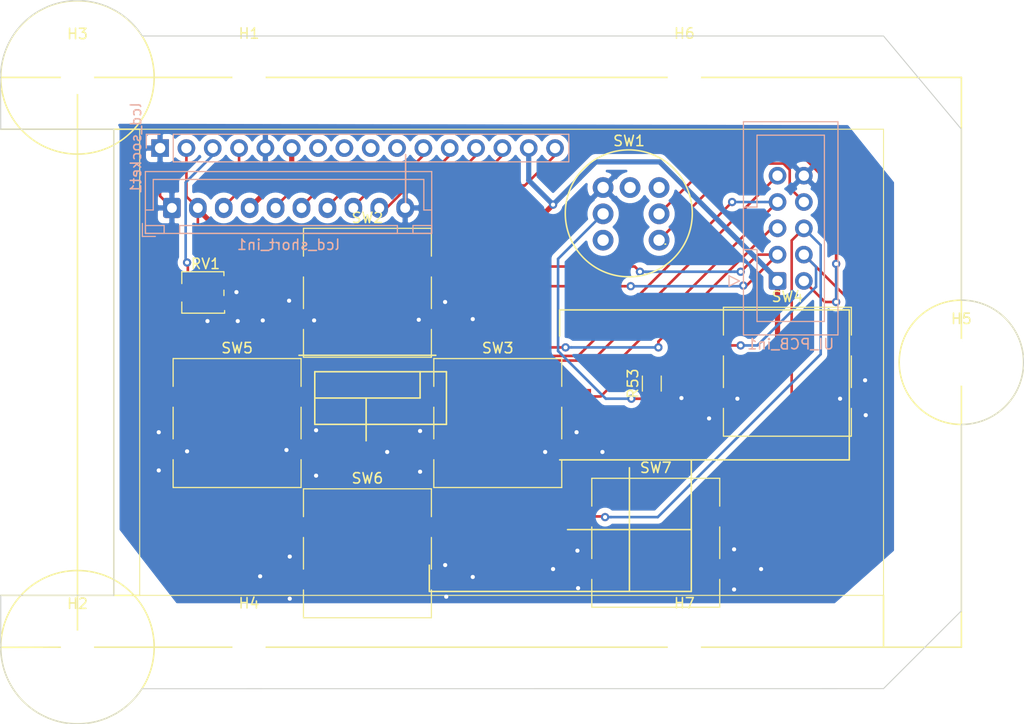
<source format=kicad_pcb>
(kicad_pcb (version 20171130) (host pcbnew "(5.1.0)-1")

  (general
    (thickness 1.6)
    (drawings 53)
    (tracks 279)
    (zones 0)
    (modules 19)
    (nets 27)
  )

  (page A4)
  (layers
    (0 F.Cu signal)
    (31 B.Cu signal)
    (32 B.Adhes user)
    (33 F.Adhes user)
    (34 B.Paste user)
    (35 F.Paste user)
    (36 B.SilkS user)
    (37 F.SilkS user hide)
    (38 B.Mask user)
    (39 F.Mask user)
    (40 Dwgs.User user)
    (41 Cmts.User user)
    (42 Eco1.User user)
    (43 Eco2.User user)
    (44 Edge.Cuts user)
    (45 Margin user)
    (46 B.CrtYd user)
    (47 F.CrtYd user)
    (48 B.Fab user)
    (49 F.Fab user)
  )

  (setup
    (last_trace_width 0.25)
    (user_trace_width 0.5)
    (user_trace_width 0.8)
    (user_trace_width 1.5)
    (user_trace_width 1.8)
    (user_trace_width 3.6)
    (trace_clearance 0.2)
    (zone_clearance 0.508)
    (zone_45_only no)
    (trace_min 0.2)
    (via_size 0.8)
    (via_drill 0.4)
    (via_min_size 0.4)
    (via_min_drill 0.3)
    (user_via 3.4 1.7)
    (uvia_size 0.3)
    (uvia_drill 0.1)
    (uvias_allowed no)
    (uvia_min_size 0.2)
    (uvia_min_drill 0.1)
    (edge_width 0.1)
    (segment_width 0.2)
    (pcb_text_width 0.3)
    (pcb_text_size 1.5 1.5)
    (mod_edge_width 0.15)
    (mod_text_size 1 1)
    (mod_text_width 0.15)
    (pad_size 2 2)
    (pad_drill 1.1)
    (pad_to_mask_clearance 0)
    (aux_axis_origin 0 0)
    (visible_elements 7FFFFFFF)
    (pcbplotparams
      (layerselection 0x010fc_ffffffff)
      (usegerberextensions true)
      (usegerberattributes false)
      (usegerberadvancedattributes false)
      (creategerberjobfile false)
      (excludeedgelayer true)
      (linewidth 0.100000)
      (plotframeref false)
      (viasonmask false)
      (mode 1)
      (useauxorigin false)
      (hpglpennumber 1)
      (hpglpenspeed 20)
      (hpglpendiameter 15.000000)
      (psnegative false)
      (psa4output false)
      (plotreference true)
      (plotvalue true)
      (plotinvisibletext false)
      (padsonsilk false)
      (subtractmaskfromsilk true)
      (outputformat 1)
      (mirror false)
      (drillshape 0)
      (scaleselection 1)
      (outputdirectory ""))
  )

  (net 0 "")
  (net 1 +5V)
  (net 2 /lcd_RSi)
  (net 3 /lcd_eni)
  (net 4 /DB4i)
  (net 5 /DB5i)
  (net 6 /DB6i)
  (net 7 /DB7i)
  (net 8 /lcd_backi)
  (net 9 /canceli)
  (net 10 /selecti)
  (net 11 /Dpad_downi)
  (net 12 /Dpad_righti)
  (net 13 /Dpad_lefti)
  (net 14 "Net-(R53-Pad1)")
  (net 15 /Dpad_upi)
  (net 16 "Net-(RV1-Pad2)")
  (net 17 /led_wokei)
  (net 18 /sleep_wakei)
  (net 19 "Net-(lcd_socket1-Pad7)")
  (net 20 "Net-(lcd_socket1-Pad8)")
  (net 21 "Net-(lcd_socket1-Pad9)")
  (net 22 "Net-(lcd_socket1-Pad10)")
  (net 23 "Net-(SW1-Pad7)")
  (net 24 GND)
  (net 25 "Net-(SW1-Pad2)")
  (net 26 "Net-(SW1-Pad3)")

  (net_class Default "This is the default net class."
    (clearance 0.2)
    (trace_width 0.25)
    (via_dia 0.8)
    (via_drill 0.4)
    (uvia_dia 0.3)
    (uvia_drill 0.1)
    (add_net +5V)
    (add_net /DB4i)
    (add_net /DB5i)
    (add_net /DB6i)
    (add_net /DB7i)
    (add_net /Dpad_downi)
    (add_net /Dpad_lefti)
    (add_net /Dpad_righti)
    (add_net /Dpad_upi)
    (add_net /canceli)
    (add_net /lcd_RSi)
    (add_net /lcd_backi)
    (add_net /lcd_eni)
    (add_net /led_wokei)
    (add_net /selecti)
    (add_net /sleep_wakei)
    (add_net GND)
    (add_net "Net-(R53-Pad1)")
    (add_net "Net-(RV1-Pad2)")
    (add_net "Net-(SW1-Pad2)")
    (add_net "Net-(SW1-Pad3)")
    (add_net "Net-(SW1-Pad7)")
    (add_net "Net-(lcd_socket1-Pad10)")
    (add_net "Net-(lcd_socket1-Pad7)")
    (add_net "Net-(lcd_socket1-Pad8)")
    (add_net "Net-(lcd_socket1-Pad9)")
  )

  (net_class 12V1A ""
    (clearance 0.2)
    (trace_width 0.4)
    (via_dia 1)
    (via_drill 0.5)
    (uvia_dia 0.3)
    (uvia_drill 0.1)
  )

  (net_class 12V2A ""
    (clearance 0.2)
    (trace_width 0.8)
    (via_dia 2)
    (via_drill 1)
    (uvia_dia 0.3)
    (uvia_drill 0.1)
  )

  (net_class VAC ""
    (clearance 0.4)
    (trace_width 0.8)
    (via_dia 2)
    (via_drill 1)
    (uvia_dia 0.3)
    (uvia_drill 0.1)
  )

  (module MountingHole:MountingHole_4.5mm (layer F.Cu) (tedit 56D1B4CB) (tstamp 619110C1)
    (at 155.722 67.543)
    (descr "Mounting Hole 4.5mm, no annular")
    (tags "mounting hole 4.5mm no annular")
    (path /61726FED)
    (attr virtual)
    (fp_text reference H5 (at 0 -4.2) (layer F.SilkS)
      (effects (font (size 1 1) (thickness 0.15)))
    )
    (fp_text value MountingHole (at 0 4.2) (layer F.Fab)
      (effects (font (size 1 1) (thickness 0.15)))
    )
    (fp_circle (center 0 0) (end 4.75 0) (layer F.CrtYd) (width 0.05))
    (fp_circle (center 0 0) (end 4.5 0) (layer Cmts.User) (width 0.15))
    (fp_text user %R (at 0.3 0) (layer F.Fab)
      (effects (font (size 1 1) (thickness 0.15)))
    )
    (pad 1 np_thru_hole circle (at 0 0) (size 4.5 4.5) (drill 4.5) (layers *.Cu *.Mask))
  )

  (module Connector_IDC:IDC-Header_2x05_P2.54mm_Vertical (layer B.Cu) (tedit 5EAC9A07) (tstamp 61905462)
    (at 137.9855 59.69)
    (descr "Through hole IDC box header, 2x05, 2.54mm pitch, DIN 41651 / IEC 60603-13, double rows, https://docs.google.com/spreadsheets/d/16SsEcesNF15N3Lb4niX7dcUr-NY5_MFPQhobNuNppn4/edit#gid=0")
    (tags "Through hole vertical IDC box header THT 2x05 2.54mm double row")
    (path /62FC15EA)
    (attr smd)
    (fp_text reference UI_PCB_in1 (at 1.27 6.1) (layer B.SilkS)
      (effects (font (size 1 1) (thickness 0.15)) (justify mirror))
    )
    (fp_text value 321010SG0ABK00A01 (at 1.27 -16.26) (layer B.Fab)
      (effects (font (size 1 1) (thickness 0.15)) (justify mirror))
    )
    (fp_text user %R (at 1.27 -5.08 -90) (layer B.Fab)
      (effects (font (size 1 1) (thickness 0.15)) (justify mirror))
    )
    (fp_line (start 6.22 5.6) (end -3.68 5.6) (layer B.CrtYd) (width 0.05))
    (fp_line (start 6.22 -15.76) (end 6.22 5.6) (layer B.CrtYd) (width 0.05))
    (fp_line (start -3.68 -15.76) (end 6.22 -15.76) (layer B.CrtYd) (width 0.05))
    (fp_line (start -3.68 5.6) (end -3.68 -15.76) (layer B.CrtYd) (width 0.05))
    (fp_line (start -4.68 -0.5) (end -3.68 0) (layer B.SilkS) (width 0.12))
    (fp_line (start -4.68 0.5) (end -4.68 -0.5) (layer B.SilkS) (width 0.12))
    (fp_line (start -3.68 0) (end -4.68 0.5) (layer B.SilkS) (width 0.12))
    (fp_line (start -1.98 -7.13) (end -3.29 -7.13) (layer B.SilkS) (width 0.12))
    (fp_line (start -1.98 -7.13) (end -1.98 -7.13) (layer B.SilkS) (width 0.12))
    (fp_line (start -1.98 -14.07) (end -1.98 -7.13) (layer B.SilkS) (width 0.12))
    (fp_line (start 4.52 -14.07) (end -1.98 -14.07) (layer B.SilkS) (width 0.12))
    (fp_line (start 4.52 3.91) (end 4.52 -14.07) (layer B.SilkS) (width 0.12))
    (fp_line (start -1.98 3.91) (end 4.52 3.91) (layer B.SilkS) (width 0.12))
    (fp_line (start -1.98 -3.03) (end -1.98 3.91) (layer B.SilkS) (width 0.12))
    (fp_line (start -3.29 -3.03) (end -1.98 -3.03) (layer B.SilkS) (width 0.12))
    (fp_line (start -3.29 -15.37) (end -3.29 5.21) (layer B.SilkS) (width 0.12))
    (fp_line (start 5.83 -15.37) (end -3.29 -15.37) (layer B.SilkS) (width 0.12))
    (fp_line (start 5.83 5.21) (end 5.83 -15.37) (layer B.SilkS) (width 0.12))
    (fp_line (start -3.29 5.21) (end 5.83 5.21) (layer B.SilkS) (width 0.12))
    (fp_line (start -1.98 -7.13) (end -3.18 -7.13) (layer B.Fab) (width 0.1))
    (fp_line (start -1.98 -7.13) (end -1.98 -7.13) (layer B.Fab) (width 0.1))
    (fp_line (start -1.98 -14.07) (end -1.98 -7.13) (layer B.Fab) (width 0.1))
    (fp_line (start 4.52 -14.07) (end -1.98 -14.07) (layer B.Fab) (width 0.1))
    (fp_line (start 4.52 3.91) (end 4.52 -14.07) (layer B.Fab) (width 0.1))
    (fp_line (start -1.98 3.91) (end 4.52 3.91) (layer B.Fab) (width 0.1))
    (fp_line (start -1.98 -3.03) (end -1.98 3.91) (layer B.Fab) (width 0.1))
    (fp_line (start -3.18 -3.03) (end -1.98 -3.03) (layer B.Fab) (width 0.1))
    (fp_line (start -3.18 -15.26) (end -3.18 4.1) (layer B.Fab) (width 0.1))
    (fp_line (start 5.72 -15.26) (end -3.18 -15.26) (layer B.Fab) (width 0.1))
    (fp_line (start 5.72 5.1) (end 5.72 -15.26) (layer B.Fab) (width 0.1))
    (fp_line (start -2.18 5.1) (end 5.72 5.1) (layer B.Fab) (width 0.1))
    (fp_line (start -3.18 4.1) (end -2.18 5.1) (layer B.Fab) (width 0.1))
    (pad 10 thru_hole circle (at 2.54 -10.16) (size 1.7 1.7) (drill 1) (layers *.Cu *.Mask)
      (net 24 GND))
    (pad 8 thru_hole circle (at 2.54 -7.62) (size 1.7 1.7) (drill 1) (layers *.Cu *.Mask)
      (net 18 /sleep_wakei))
    (pad 6 thru_hole circle (at 2.54 -5.08) (size 1.7 1.7) (drill 1) (layers *.Cu *.Mask)
      (net 9 /canceli))
    (pad 4 thru_hole circle (at 2.54 -2.54) (size 1.7 1.7) (drill 1) (layers *.Cu *.Mask)
      (net 10 /selecti))
    (pad 2 thru_hole circle (at 2.54 0) (size 1.7 1.7) (drill 1) (layers *.Cu *.Mask)
      (net 17 /led_wokei))
    (pad 9 thru_hole circle (at 0 -10.16) (size 1.7 1.7) (drill 1) (layers *.Cu *.Mask)
      (net 11 /Dpad_downi))
    (pad 7 thru_hole circle (at 0 -7.62) (size 1.7 1.7) (drill 1) (layers *.Cu *.Mask)
      (net 12 /Dpad_righti))
    (pad 5 thru_hole circle (at 0 -5.08) (size 1.7 1.7) (drill 1) (layers *.Cu *.Mask)
      (net 13 /Dpad_lefti))
    (pad 3 thru_hole circle (at 0 -2.54) (size 1.7 1.7) (drill 1) (layers *.Cu *.Mask)
      (net 15 /Dpad_upi))
    (pad 1 thru_hole roundrect (at 0 0) (size 1.7 1.7) (drill 1) (layers *.Cu *.Mask) (roundrect_rratio 0.147059)
      (net 1 +5V))
    (model ${KISYS3DMOD}/Connector_IDC.3dshapes/IDC-Header_2x05_P2.54mm_Vertical.wrl
      (at (xyz 0 0 0))
      (scale (xyz 1 1 1))
      (rotate (xyz 0 0 0))
    )
  )

  (module Connector_JST:JST_XH_B10B-XH-A_1x10_P2.50mm_Vertical (layer B.Cu) (tedit 5B7754C5) (tstamp 618BDB04)
    (at 79.5655 52.6415)
    (descr "JST XH series connector, B10B-XH-A (http://www.jst-mfg.com/product/pdf/eng/eXH.pdf), generated with kicad-footprint-generator")
    (tags "connector JST XH side entry")
    (path /6253BBAE)
    (attr smd)
    (fp_text reference lcd_short_in1 (at 11.25 3.55) (layer B.SilkS)
      (effects (font (size 1 1) (thickness 0.15)) (justify mirror))
    )
    (fp_text value JST_XH-A-1x10 (at 11.25 -4.6) (layer B.Fab)
      (effects (font (size 1 1) (thickness 0.15)) (justify mirror))
    )
    (fp_line (start -2.45 2.35) (end -2.45 -3.4) (layer B.Fab) (width 0.1))
    (fp_line (start -2.45 -3.4) (end 24.95 -3.4) (layer B.Fab) (width 0.1))
    (fp_line (start 24.95 -3.4) (end 24.95 2.35) (layer B.Fab) (width 0.1))
    (fp_line (start 24.95 2.35) (end -2.45 2.35) (layer B.Fab) (width 0.1))
    (fp_line (start -2.56 2.46) (end -2.56 -3.51) (layer B.SilkS) (width 0.12))
    (fp_line (start -2.56 -3.51) (end 25.06 -3.51) (layer B.SilkS) (width 0.12))
    (fp_line (start 25.06 -3.51) (end 25.06 2.46) (layer B.SilkS) (width 0.12))
    (fp_line (start 25.06 2.46) (end -2.56 2.46) (layer B.SilkS) (width 0.12))
    (fp_line (start -2.95 2.85) (end -2.95 -3.9) (layer B.CrtYd) (width 0.05))
    (fp_line (start -2.95 -3.9) (end 25.45 -3.9) (layer B.CrtYd) (width 0.05))
    (fp_line (start 25.45 -3.9) (end 25.45 2.85) (layer B.CrtYd) (width 0.05))
    (fp_line (start 25.45 2.85) (end -2.95 2.85) (layer B.CrtYd) (width 0.05))
    (fp_line (start -0.625 2.35) (end 0 1.35) (layer B.Fab) (width 0.1))
    (fp_line (start 0 1.35) (end 0.625 2.35) (layer B.Fab) (width 0.1))
    (fp_line (start 0.75 2.45) (end 0.75 1.7) (layer B.SilkS) (width 0.12))
    (fp_line (start 0.75 1.7) (end 21.75 1.7) (layer B.SilkS) (width 0.12))
    (fp_line (start 21.75 1.7) (end 21.75 2.45) (layer B.SilkS) (width 0.12))
    (fp_line (start 21.75 2.45) (end 0.75 2.45) (layer B.SilkS) (width 0.12))
    (fp_line (start -2.55 2.45) (end -2.55 1.7) (layer B.SilkS) (width 0.12))
    (fp_line (start -2.55 1.7) (end -0.75 1.7) (layer B.SilkS) (width 0.12))
    (fp_line (start -0.75 1.7) (end -0.75 2.45) (layer B.SilkS) (width 0.12))
    (fp_line (start -0.75 2.45) (end -2.55 2.45) (layer B.SilkS) (width 0.12))
    (fp_line (start 23.25 2.45) (end 23.25 1.7) (layer B.SilkS) (width 0.12))
    (fp_line (start 23.25 1.7) (end 25.05 1.7) (layer B.SilkS) (width 0.12))
    (fp_line (start 25.05 1.7) (end 25.05 2.45) (layer B.SilkS) (width 0.12))
    (fp_line (start 25.05 2.45) (end 23.25 2.45) (layer B.SilkS) (width 0.12))
    (fp_line (start -2.55 0.2) (end -1.8 0.2) (layer B.SilkS) (width 0.12))
    (fp_line (start -1.8 0.2) (end -1.8 -2.75) (layer B.SilkS) (width 0.12))
    (fp_line (start -1.8 -2.75) (end 11.25 -2.75) (layer B.SilkS) (width 0.12))
    (fp_line (start 25.05 0.2) (end 24.3 0.2) (layer B.SilkS) (width 0.12))
    (fp_line (start 24.3 0.2) (end 24.3 -2.75) (layer B.SilkS) (width 0.12))
    (fp_line (start 24.3 -2.75) (end 11.25 -2.75) (layer B.SilkS) (width 0.12))
    (fp_line (start -1.6 2.75) (end -2.85 2.75) (layer B.SilkS) (width 0.12))
    (fp_line (start -2.85 2.75) (end -2.85 1.5) (layer B.SilkS) (width 0.12))
    (fp_text user %R (at 11.25 -2.7) (layer B.Fab)
      (effects (font (size 1 1) (thickness 0.15)) (justify mirror))
    )
    (pad 1 thru_hole roundrect (at 0 0) (size 1.7 1.95) (drill 0.95) (layers *.Cu *.Mask) (roundrect_rratio 0.147059)
      (net 24 GND))
    (pad 2 thru_hole oval (at 2.5 0) (size 1.7 1.95) (drill 0.95) (layers *.Cu *.Mask)
      (net 1 +5V))
    (pad 3 thru_hole oval (at 5 0) (size 1.7 1.95) (drill 0.95) (layers *.Cu *.Mask)
      (net 2 /lcd_RSi))
    (pad 4 thru_hole oval (at 7.5 0) (size 1.7 1.95) (drill 0.95) (layers *.Cu *.Mask)
      (net 3 /lcd_eni))
    (pad 5 thru_hole oval (at 10 0) (size 1.7 1.95) (drill 0.95) (layers *.Cu *.Mask)
      (net 4 /DB4i))
    (pad 6 thru_hole oval (at 12.5 0) (size 1.7 1.95) (drill 0.95) (layers *.Cu *.Mask)
      (net 5 /DB5i))
    (pad 7 thru_hole oval (at 15 0) (size 1.7 1.95) (drill 0.95) (layers *.Cu *.Mask)
      (net 6 /DB6i))
    (pad 8 thru_hole oval (at 17.5 0) (size 1.7 1.95) (drill 0.95) (layers *.Cu *.Mask)
      (net 7 /DB7i))
    (pad 9 thru_hole oval (at 20 0) (size 1.7 1.95) (drill 0.95) (layers *.Cu *.Mask)
      (net 8 /lcd_backi))
    (pad 10 thru_hole oval (at 22.5 0) (size 1.7 1.95) (drill 0.95) (layers *.Cu *.Mask)
      (net 24 GND))
    (model ${KISYS3DMOD}/Connector_JST.3dshapes/JST_XH_B10B-XH-A_1x10_P2.50mm_Vertical.wrl
      (at (xyz 0 0 0))
      (scale (xyz 1 1 1))
      (rotate (xyz 0 0 0))
    )
  )

  (module Resistor_SMD:R_1206_3216Metric (layer F.Cu) (tedit 5F68FEEE) (tstamp 618BE227)
    (at 125.857 69.596 90)
    (descr "Resistor SMD 1206 (3216 Metric), square (rectangular) end terminal, IPC_7351 nominal, (Body size source: IPC-SM-782 page 72, https://www.pcb-3d.com/wordpress/wp-content/uploads/ipc-sm-782a_amendment_1_and_2.pdf), generated with kicad-footprint-generator")
    (tags resistor)
    (path /6541E9A5)
    (attr smd)
    (fp_text reference R53 (at 0 -1.82 90) (layer F.SilkS)
      (effects (font (size 1 1) (thickness 0.15)))
    )
    (fp_text value 1k-0.25W (at 0 1.82 90) (layer F.Fab)
      (effects (font (size 1 1) (thickness 0.15)))
    )
    (fp_line (start -1.6 0.8) (end -1.6 -0.8) (layer F.Fab) (width 0.1))
    (fp_line (start -1.6 -0.8) (end 1.6 -0.8) (layer F.Fab) (width 0.1))
    (fp_line (start 1.6 -0.8) (end 1.6 0.8) (layer F.Fab) (width 0.1))
    (fp_line (start 1.6 0.8) (end -1.6 0.8) (layer F.Fab) (width 0.1))
    (fp_line (start -0.727064 -0.91) (end 0.727064 -0.91) (layer F.SilkS) (width 0.12))
    (fp_line (start -0.727064 0.91) (end 0.727064 0.91) (layer F.SilkS) (width 0.12))
    (fp_line (start -2.28 1.12) (end -2.28 -1.12) (layer F.CrtYd) (width 0.05))
    (fp_line (start -2.28 -1.12) (end 2.28 -1.12) (layer F.CrtYd) (width 0.05))
    (fp_line (start 2.28 -1.12) (end 2.28 1.12) (layer F.CrtYd) (width 0.05))
    (fp_line (start 2.28 1.12) (end -2.28 1.12) (layer F.CrtYd) (width 0.05))
    (fp_text user %R (at 0 0 90) (layer F.Fab)
      (effects (font (size 0.8 0.8) (thickness 0.12)))
    )
    (pad 1 smd roundrect (at -1.4625 0 90) (size 1.125 1.75) (layers F.Cu F.Paste F.Mask) (roundrect_rratio 0.222222)
      (net 14 "Net-(R53-Pad1)"))
    (pad 2 smd roundrect (at 1.4625 0 90) (size 1.125 1.75) (layers F.Cu F.Paste F.Mask) (roundrect_rratio 0.222222)
      (net 1 +5V))
    (model ${KISYS3DMOD}/Resistor_SMD.3dshapes/R_1206_3216Metric.wrl
      (at (xyz 0 0 0))
      (scale (xyz 1 1 1))
      (rotate (xyz 0 0 0))
    )
  )

  (module Potentiometer_SMD:VG039NCHXTB102 (layer F.Cu) (tedit 618B12EB) (tstamp 618BE57C)
    (at 82.55 60.833)
    (descr "Potentiometer, vertical, Vishay TS53YJ, https://www.vishay.com/docs/51008/ts53.pdf")
    (tags "Potentiometer vertical Vishay TS53YJ")
    (path /61963342)
    (attr smd)
    (fp_text reference RV1 (at 0.254 -2.794) (layer F.SilkS)
      (effects (font (size 1 1) (thickness 0.15)))
    )
    (fp_text value R_Potentiometer_Trim (at 0 3.75) (layer F.Fab)
      (effects (font (size 1 1) (thickness 0.15)))
    )
    (fp_circle (center 0 0) (end 1.15 0) (layer F.Fab) (width 0.1))
    (fp_line (start -1.9 -1.5) (end -1.9 1.5) (layer F.Fab) (width 0.1))
    (fp_line (start -1.9 1.5) (end 1.9 1.5) (layer F.Fab) (width 0.1))
    (fp_line (start 1.9 1.5) (end 1.9 -1.5) (layer F.Fab) (width 0.1))
    (fp_line (start 1.9 -1.5) (end -1.9 -1.5) (layer F.Fab) (width 0.1))
    (fp_line (start -0.92 -0.058) (end -0.058 -0.058) (layer F.Fab) (width 0.1))
    (fp_line (start -0.058 -0.058) (end -0.058 -0.92) (layer F.Fab) (width 0.1))
    (fp_line (start -0.058 -0.92) (end 0.058 -0.92) (layer F.Fab) (width 0.1))
    (fp_line (start 0.058 -0.92) (end 0.058 -0.058) (layer F.Fab) (width 0.1))
    (fp_line (start 0.058 -0.058) (end 0.92 -0.058) (layer F.Fab) (width 0.1))
    (fp_line (start 0.92 -0.058) (end 0.92 0.058) (layer F.Fab) (width 0.1))
    (fp_line (start 0.92 0.058) (end 0.058 0.058) (layer F.Fab) (width 0.1))
    (fp_line (start 0.058 0.058) (end 0.058 0.92) (layer F.Fab) (width 0.1))
    (fp_line (start 0.058 0.92) (end -0.058 0.92) (layer F.Fab) (width 0.1))
    (fp_line (start -0.058 0.92) (end -0.058 0.058) (layer F.Fab) (width 0.1))
    (fp_line (start -0.058 0.058) (end -0.92 0.058) (layer F.Fab) (width 0.1))
    (fp_line (start -0.92 0.058) (end -0.92 -0.058) (layer F.Fab) (width 0.1))
    (fp_line (start -2.032 -2.032) (end 2.032 -2.032) (layer F.SilkS) (width 0.12))
    (fp_line (start -2.032 1.9685) (end 2.0955 1.9685) (layer F.SilkS) (width 0.12))
    (fp_line (start -2.032 -2.032) (end -2.032 -0.889) (layer F.SilkS) (width 0.12))
    (fp_line (start -2.032 0.889) (end -2.032 1.9685) (layer F.SilkS) (width 0.12))
    (fp_line (start 2.032 -2.032) (end 2.032 -1.651) (layer F.SilkS) (width 0.12))
    (fp_line (start 2.032 -0.254) (end 2.032 0.266) (layer F.SilkS) (width 0.12))
    (fp_line (start 2.0955 1.7145) (end 2.0955 1.9685) (layer F.SilkS) (width 0.12))
    (fp_line (start -2.4 -2.2) (end -2.4 2.2) (layer F.CrtYd) (width 0.05))
    (fp_line (start -2.413 2.2225) (end 2.6 2.2) (layer F.CrtYd) (width 0.05))
    (fp_line (start 2.6 2.2) (end 2.6 -2.2) (layer F.CrtYd) (width 0.05))
    (fp_line (start 2.6 -2.2) (end -2.4 -2.2) (layer F.CrtYd) (width 0.05))
    (fp_text user %R (at 0.127 -2.667) (layer F.Fab)
      (effects (font (size 0.68 0.68) (thickness 0.15)))
    )
    (fp_circle (center 0 0) (end 1.8 0) (layer F.Fab) (width 0.1))
    (pad 1 smd rect (at 1.8 -1) (size 1.2 1.2) (layers F.Cu F.Paste F.Mask)
      (net 1 +5V))
    (pad 2 smd rect (at -1.45 0) (size 1.5 1.6) (layers F.Cu F.Paste F.Mask)
      (net 16 "Net-(RV1-Pad2)"))
    (pad 3 smd rect (at 1.8 1) (size 1.2 1.2) (layers F.Cu F.Paste F.Mask)
      (net 24 GND))
    (model ${KISYS3DMOD}/Potentiometer_SMD.3dshapes/Potentiometer_Vishay_TS53YJ_Vertical.wrl
      (at (xyz 0 0 0))
      (scale (xyz 1 1 1))
      (rotate (xyz 0 0 0))
    )
  )

  (module Button_Switch_THT:ML6-H4 (layer F.Cu) (tedit 62F20415) (tstamp 618BF85F)
    (at 121.158 50.673)
    (descr "E-Switch KS01Q01 http://spec_sheets.e-switch.com/specs/29-KS01Q01.pdf")
    (tags "Push Button")
    (path /643C5617)
    (attr smd)
    (fp_text reference SW1 (at 2.5 -4.5) (layer F.SilkS)
      (effects (font (size 1 1) (thickness 0.15)))
    )
    (fp_text value ML6-H4K12PGVA (at 2.5 9.5) (layer F.Fab)
      (effects (font (size 1 1) (thickness 0.15)))
    )
    (fp_arc (start 2.55 2.5) (end 0.127 8.382) (angle 359.9725933) (layer F.CrtYd) (width 0.05))
    (fp_arc (start 2.5 2.5) (end 0.11 8) (angle 359.8470765) (layer F.Fab) (width 0.1))
    (fp_text user %R (at 2.5 2.5) (layer F.Fab)
      (effects (font (size 1 1) (thickness 0.15)))
    )
    (fp_arc (start 2.5 2.5) (end 0.11 8.14) (angle 359.9) (layer F.SilkS) (width 0.15))
    (pad 1 thru_hole circle (at 0 0) (size 2 2) (drill 1.1) (layers *.Cu *.Mask)
      (net 24 GND))
    (pad 2 thru_hole circle (at 5.4 0) (size 2 2) (drill 1.1) (layers *.Cu *.Mask)
      (net 25 "Net-(SW1-Pad2)"))
    (pad 4 thru_hole circle (at 5.4 5.08) (size 2 2) (drill 1.1) (layers *.Cu *.Mask)
      (net 18 /sleep_wakei))
    (pad 3 thru_hole circle (at 0 5.08) (size 2 2) (drill 1.1) (layers *.Cu *.Mask)
      (net 26 "Net-(SW1-Pad3)"))
    (pad L1 thru_hole circle (at 0 2.54) (size 2 2) (drill 1.1) (layers *.Cu *.Mask)
      (net 14 "Net-(R53-Pad1)"))
    (pad L2 thru_hole circle (at 5.4 2.54) (size 2 2) (drill 1.1) (layers *.Cu *.Mask)
      (net 17 /led_wokei))
    (pad 7 thru_hole circle (at 2.6 0) (size 2 2) (drill 1.1) (layers *.Cu *.Mask)
      (net 23 "Net-(SW1-Pad7)"))
    (model ${KISYS3DMOD}/Button_Switch_THT.3dshapes/Push_E-Switch_KS01Q01.wrl
      (at (xyz 0 0 0))
      (scale (xyz 1 1 1))
      (rotate (xyz 0 0 0))
    )
  )

  (module Button_Switch_SMD:TS-1103S-X-X (layer F.Cu) (tedit 618A1E55) (tstamp 618BF879)
    (at 98.425 60.833)
    (descr "Middle Stroke Tactile Switch, B3SL")
    (tags "Middle Stroke Tactile Switch")
    (path /63D1BCA9)
    (attr smd)
    (fp_text reference SW2 (at 0 -7.239) (layer F.SilkS)
      (effects (font (size 1 1) (thickness 0.15)))
    )
    (fp_text value TS-1103S-B-G (at 0 7.239) (layer F.Fab)
      (effects (font (size 1 1) (thickness 0.15)))
    )
    (fp_line (start -5.969 5.969) (end -5.969 -5.969) (layer F.Fab) (width 0.1))
    (fp_line (start 5.969 5.969) (end -5.969 5.969) (layer F.Fab) (width 0.1))
    (fp_line (start 5.969 -5.969) (end 5.969 5.969) (layer F.Fab) (width 0.1))
    (fp_line (start -5.969 -5.969) (end 5.969 -5.969) (layer F.Fab) (width 0.1))
    (fp_line (start -6.171 -1.528) (end -6.171 1.528) (layer F.SilkS) (width 0.12))
    (fp_line (start 6.171 -1.528) (end 6.171 1.528) (layer F.SilkS) (width 0.12))
    (fp_line (start -6.171 -6.223) (end -6.171 -3.537) (layer F.SilkS) (width 0.12))
    (fp_line (start 6.171 -6.223) (end -6.171 -6.223) (layer F.SilkS) (width 0.12))
    (fp_line (start 6.171 -3.537) (end 6.171 -6.223) (layer F.SilkS) (width 0.12))
    (fp_line (start -6.171 6.223) (end -6.171 3.537) (layer F.SilkS) (width 0.12))
    (fp_line (start 6.171 6.223) (end -6.171 6.223) (layer F.SilkS) (width 0.12))
    (fp_line (start 6.171 3.537) (end 6.171 6.223) (layer F.SilkS) (width 0.12))
    (fp_line (start -9.127 -6.35) (end -9.127 6.35) (layer F.CrtYd) (width 0.05))
    (fp_line (start 9.127 -6.35) (end -9.127 -6.35) (layer F.CrtYd) (width 0.05))
    (fp_line (start 9.127 6.35) (end 9.127 -6.35) (layer F.CrtYd) (width 0.05))
    (fp_line (start -9.127 6.35) (end 9.127 6.35) (layer F.CrtYd) (width 0.05))
    (fp_circle (center 0 0) (end 3.4 0) (layer F.Fab) (width 0.1))
    (fp_text user %R (at 0 -7.239) (layer F.Fab)
      (effects (font (size 1 1) (thickness 0.15)))
    )
    (pad 2 smd rect (at -7.5 2.54) (size 3 1.5) (layers F.Cu F.Paste F.Mask)
      (net 24 GND))
    (pad 2 smd rect (at 7.5 2.54) (size 3 1.5) (layers F.Cu F.Paste F.Mask)
      (net 24 GND))
    (pad 1 smd rect (at 7.5 -2.54) (size 3 1.5) (layers F.Cu F.Paste F.Mask)
      (net 15 /Dpad_upi))
    (pad 1 smd rect (at -7.5 -2.54) (size 3 1.5) (layers F.Cu F.Paste F.Mask)
      (net 15 /Dpad_upi))
    (model ${KISYS3DMOD}/Button_Switch_SMD.3dshapes/SW_SPST_B3SL-1002P.wrl
      (at (xyz 0 0 0))
      (scale (xyz 1 1 1))
      (rotate (xyz 0 0 0))
    )
  )

  (module Button_Switch_SMD:TS-1103S-X-X (layer F.Cu) (tedit 618A1E55) (tstamp 618BF893)
    (at 110.998 73.406)
    (descr "Middle Stroke Tactile Switch, B3SL")
    (tags "Middle Stroke Tactile Switch")
    (path /64011B2F)
    (attr smd)
    (fp_text reference SW3 (at 0 -7.239) (layer F.SilkS)
      (effects (font (size 1 1) (thickness 0.15)))
    )
    (fp_text value TS-1103S-B-G (at 0 7.239) (layer F.Fab)
      (effects (font (size 1 1) (thickness 0.15)))
    )
    (fp_text user %R (at 0 -7.239) (layer F.Fab)
      (effects (font (size 1 1) (thickness 0.15)))
    )
    (fp_circle (center 0 0) (end 3.4 0) (layer F.Fab) (width 0.1))
    (fp_line (start -9.127 6.35) (end 9.127 6.35) (layer F.CrtYd) (width 0.05))
    (fp_line (start 9.127 6.35) (end 9.127 -6.35) (layer F.CrtYd) (width 0.05))
    (fp_line (start 9.127 -6.35) (end -9.127 -6.35) (layer F.CrtYd) (width 0.05))
    (fp_line (start -9.127 -6.35) (end -9.127 6.35) (layer F.CrtYd) (width 0.05))
    (fp_line (start 6.171 3.537) (end 6.171 6.223) (layer F.SilkS) (width 0.12))
    (fp_line (start 6.171 6.223) (end -6.171 6.223) (layer F.SilkS) (width 0.12))
    (fp_line (start -6.171 6.223) (end -6.171 3.537) (layer F.SilkS) (width 0.12))
    (fp_line (start 6.171 -3.537) (end 6.171 -6.223) (layer F.SilkS) (width 0.12))
    (fp_line (start 6.171 -6.223) (end -6.171 -6.223) (layer F.SilkS) (width 0.12))
    (fp_line (start -6.171 -6.223) (end -6.171 -3.537) (layer F.SilkS) (width 0.12))
    (fp_line (start 6.171 -1.528) (end 6.171 1.528) (layer F.SilkS) (width 0.12))
    (fp_line (start -6.171 -1.528) (end -6.171 1.528) (layer F.SilkS) (width 0.12))
    (fp_line (start -5.969 -5.969) (end 5.969 -5.969) (layer F.Fab) (width 0.1))
    (fp_line (start 5.969 -5.969) (end 5.969 5.969) (layer F.Fab) (width 0.1))
    (fp_line (start 5.969 5.969) (end -5.969 5.969) (layer F.Fab) (width 0.1))
    (fp_line (start -5.969 5.969) (end -5.969 -5.969) (layer F.Fab) (width 0.1))
    (pad 1 smd rect (at -7.5 -2.54) (size 3 1.5) (layers F.Cu F.Paste F.Mask)
      (net 12 /Dpad_righti))
    (pad 1 smd rect (at 7.5 -2.54) (size 3 1.5) (layers F.Cu F.Paste F.Mask)
      (net 12 /Dpad_righti))
    (pad 2 smd rect (at 7.5 2.54) (size 3 1.5) (layers F.Cu F.Paste F.Mask)
      (net 24 GND))
    (pad 2 smd rect (at -7.5 2.54) (size 3 1.5) (layers F.Cu F.Paste F.Mask)
      (net 24 GND))
    (model ${KISYS3DMOD}/Button_Switch_SMD.3dshapes/SW_SPST_B3SL-1002P.wrl
      (at (xyz 0 0 0))
      (scale (xyz 1 1 1))
      (rotate (xyz 0 0 0))
    )
  )

  (module Button_Switch_SMD:TS-1103S-X-X (layer F.Cu) (tedit 618A1E55) (tstamp 618BF8AD)
    (at 138.938 68.453)
    (descr "Middle Stroke Tactile Switch, B3SL")
    (tags "Middle Stroke Tactile Switch")
    (path /6418AE3F)
    (attr smd)
    (fp_text reference SW4 (at 0 -7.239) (layer F.SilkS)
      (effects (font (size 1 1) (thickness 0.15)))
    )
    (fp_text value TS-1103S-B-G (at 0 7.239) (layer F.Fab)
      (effects (font (size 1 1) (thickness 0.15)))
    )
    (fp_text user %R (at 0 -7.239) (layer F.Fab)
      (effects (font (size 1 1) (thickness 0.15)))
    )
    (fp_circle (center 0 0) (end 3.4 0) (layer F.Fab) (width 0.1))
    (fp_line (start -9.127 6.35) (end 9.127 6.35) (layer F.CrtYd) (width 0.05))
    (fp_line (start 9.127 6.35) (end 9.127 -6.35) (layer F.CrtYd) (width 0.05))
    (fp_line (start 9.127 -6.35) (end -9.127 -6.35) (layer F.CrtYd) (width 0.05))
    (fp_line (start -9.127 -6.35) (end -9.127 6.35) (layer F.CrtYd) (width 0.05))
    (fp_line (start 6.171 3.537) (end 6.171 6.223) (layer F.SilkS) (width 0.12))
    (fp_line (start 6.171 6.223) (end -6.171 6.223) (layer F.SilkS) (width 0.12))
    (fp_line (start -6.171 6.223) (end -6.171 3.537) (layer F.SilkS) (width 0.12))
    (fp_line (start 6.171 -3.537) (end 6.171 -6.223) (layer F.SilkS) (width 0.12))
    (fp_line (start 6.171 -6.223) (end -6.171 -6.223) (layer F.SilkS) (width 0.12))
    (fp_line (start -6.171 -6.223) (end -6.171 -3.537) (layer F.SilkS) (width 0.12))
    (fp_line (start 6.171 -1.528) (end 6.171 1.528) (layer F.SilkS) (width 0.12))
    (fp_line (start -6.171 -1.528) (end -6.171 1.528) (layer F.SilkS) (width 0.12))
    (fp_line (start -5.969 -5.969) (end 5.969 -5.969) (layer F.Fab) (width 0.1))
    (fp_line (start 5.969 -5.969) (end 5.969 5.969) (layer F.Fab) (width 0.1))
    (fp_line (start 5.969 5.969) (end -5.969 5.969) (layer F.Fab) (width 0.1))
    (fp_line (start -5.969 5.969) (end -5.969 -5.969) (layer F.Fab) (width 0.1))
    (pad 1 smd rect (at -7.5 -2.54) (size 3 1.5) (layers F.Cu F.Paste F.Mask)
      (net 10 /selecti))
    (pad 1 smd rect (at 7.5 -2.54) (size 3 1.5) (layers F.Cu F.Paste F.Mask)
      (net 10 /selecti))
    (pad 2 smd rect (at 7.5 2.54) (size 3 1.5) (layers F.Cu F.Paste F.Mask)
      (net 24 GND))
    (pad 2 smd rect (at -7.5 2.54) (size 3 1.5) (layers F.Cu F.Paste F.Mask)
      (net 24 GND))
    (model ${KISYS3DMOD}/Button_Switch_SMD.3dshapes/SW_SPST_B3SL-1002P.wrl
      (at (xyz 0 0 0))
      (scale (xyz 1 1 1))
      (rotate (xyz 0 0 0))
    )
  )

  (module Button_Switch_SMD:TS-1103S-X-X (layer F.Cu) (tedit 618A1E55) (tstamp 618BF8C7)
    (at 85.852 73.406)
    (descr "Middle Stroke Tactile Switch, B3SL")
    (tags "Middle Stroke Tactile Switch")
    (path /63DDBBAA)
    (attr smd)
    (fp_text reference SW5 (at 0 -7.239) (layer F.SilkS)
      (effects (font (size 1 1) (thickness 0.15)))
    )
    (fp_text value TS-1103S-B-G (at 0 7.239) (layer F.Fab)
      (effects (font (size 1 1) (thickness 0.15)))
    )
    (fp_text user %R (at 0 -7.239) (layer F.Fab)
      (effects (font (size 1 1) (thickness 0.15)))
    )
    (fp_circle (center 0 0) (end 3.4 0) (layer F.Fab) (width 0.1))
    (fp_line (start -9.127 6.35) (end 9.127 6.35) (layer F.CrtYd) (width 0.05))
    (fp_line (start 9.127 6.35) (end 9.127 -6.35) (layer F.CrtYd) (width 0.05))
    (fp_line (start 9.127 -6.35) (end -9.127 -6.35) (layer F.CrtYd) (width 0.05))
    (fp_line (start -9.127 -6.35) (end -9.127 6.35) (layer F.CrtYd) (width 0.05))
    (fp_line (start 6.171 3.537) (end 6.171 6.223) (layer F.SilkS) (width 0.12))
    (fp_line (start 6.171 6.223) (end -6.171 6.223) (layer F.SilkS) (width 0.12))
    (fp_line (start -6.171 6.223) (end -6.171 3.537) (layer F.SilkS) (width 0.12))
    (fp_line (start 6.171 -3.537) (end 6.171 -6.223) (layer F.SilkS) (width 0.12))
    (fp_line (start 6.171 -6.223) (end -6.171 -6.223) (layer F.SilkS) (width 0.12))
    (fp_line (start -6.171 -6.223) (end -6.171 -3.537) (layer F.SilkS) (width 0.12))
    (fp_line (start 6.171 -1.528) (end 6.171 1.528) (layer F.SilkS) (width 0.12))
    (fp_line (start -6.171 -1.528) (end -6.171 1.528) (layer F.SilkS) (width 0.12))
    (fp_line (start -5.969 -5.969) (end 5.969 -5.969) (layer F.Fab) (width 0.1))
    (fp_line (start 5.969 -5.969) (end 5.969 5.969) (layer F.Fab) (width 0.1))
    (fp_line (start 5.969 5.969) (end -5.969 5.969) (layer F.Fab) (width 0.1))
    (fp_line (start -5.969 5.969) (end -5.969 -5.969) (layer F.Fab) (width 0.1))
    (pad 1 smd rect (at -7.5 -2.54) (size 3 1.5) (layers F.Cu F.Paste F.Mask)
      (net 13 /Dpad_lefti))
    (pad 1 smd rect (at 7.5 -2.54) (size 3 1.5) (layers F.Cu F.Paste F.Mask)
      (net 13 /Dpad_lefti))
    (pad 2 smd rect (at 7.5 2.54) (size 3 1.5) (layers F.Cu F.Paste F.Mask)
      (net 24 GND))
    (pad 2 smd rect (at -7.5 2.54) (size 3 1.5) (layers F.Cu F.Paste F.Mask)
      (net 24 GND))
    (model ${KISYS3DMOD}/Button_Switch_SMD.3dshapes/SW_SPST_B3SL-1002P.wrl
      (at (xyz 0 0 0))
      (scale (xyz 1 1 1))
      (rotate (xyz 0 0 0))
    )
  )

  (module Button_Switch_SMD:TS-1103S-X-X (layer F.Cu) (tedit 618A1E55) (tstamp 618BF8E1)
    (at 98.425 85.979)
    (descr "Middle Stroke Tactile Switch, B3SL")
    (tags "Middle Stroke Tactile Switch")
    (path /640CE474)
    (attr smd)
    (fp_text reference SW6 (at 0 -7.239) (layer F.SilkS)
      (effects (font (size 1 1) (thickness 0.15)))
    )
    (fp_text value TS-1103S-B-G (at 0 7.239) (layer F.Fab)
      (effects (font (size 1 1) (thickness 0.15)))
    )
    (fp_line (start -5.969 5.969) (end -5.969 -5.969) (layer F.Fab) (width 0.1))
    (fp_line (start 5.969 5.969) (end -5.969 5.969) (layer F.Fab) (width 0.1))
    (fp_line (start 5.969 -5.969) (end 5.969 5.969) (layer F.Fab) (width 0.1))
    (fp_line (start -5.969 -5.969) (end 5.969 -5.969) (layer F.Fab) (width 0.1))
    (fp_line (start -6.171 -1.528) (end -6.171 1.528) (layer F.SilkS) (width 0.12))
    (fp_line (start 6.171 -1.528) (end 6.171 1.528) (layer F.SilkS) (width 0.12))
    (fp_line (start -6.171 -6.223) (end -6.171 -3.537) (layer F.SilkS) (width 0.12))
    (fp_line (start 6.171 -6.223) (end -6.171 -6.223) (layer F.SilkS) (width 0.12))
    (fp_line (start 6.171 -3.537) (end 6.171 -6.223) (layer F.SilkS) (width 0.12))
    (fp_line (start -6.171 6.223) (end -6.171 3.537) (layer F.SilkS) (width 0.12))
    (fp_line (start 6.171 6.223) (end -6.171 6.223) (layer F.SilkS) (width 0.12))
    (fp_line (start 6.171 3.537) (end 6.171 6.223) (layer F.SilkS) (width 0.12))
    (fp_line (start -9.127 -6.35) (end -9.127 6.35) (layer F.CrtYd) (width 0.05))
    (fp_line (start 9.127 -6.35) (end -9.127 -6.35) (layer F.CrtYd) (width 0.05))
    (fp_line (start 9.127 6.35) (end 9.127 -6.35) (layer F.CrtYd) (width 0.05))
    (fp_line (start -9.127 6.35) (end 9.127 6.35) (layer F.CrtYd) (width 0.05))
    (fp_circle (center 0 0) (end 3.4 0) (layer F.Fab) (width 0.1))
    (fp_text user %R (at 0 -7.239) (layer F.Fab)
      (effects (font (size 1 1) (thickness 0.15)))
    )
    (pad 2 smd rect (at -7.5 2.54) (size 3 1.5) (layers F.Cu F.Paste F.Mask)
      (net 24 GND))
    (pad 2 smd rect (at 7.5 2.54) (size 3 1.5) (layers F.Cu F.Paste F.Mask)
      (net 24 GND))
    (pad 1 smd rect (at 7.5 -2.54) (size 3 1.5) (layers F.Cu F.Paste F.Mask)
      (net 11 /Dpad_downi))
    (pad 1 smd rect (at -7.5 -2.54) (size 3 1.5) (layers F.Cu F.Paste F.Mask)
      (net 11 /Dpad_downi))
    (model ${KISYS3DMOD}/Button_Switch_SMD.3dshapes/SW_SPST_B3SL-1002P.wrl
      (at (xyz 0 0 0))
      (scale (xyz 1 1 1))
      (rotate (xyz 0 0 0))
    )
  )

  (module Button_Switch_SMD:TS-1103S-X-X (layer F.Cu) (tedit 618A1E55) (tstamp 618BF8FB)
    (at 126.238 84.963)
    (descr "Middle Stroke Tactile Switch, B3SL")
    (tags "Middle Stroke Tactile Switch")
    (path /642476FC)
    (attr smd)
    (fp_text reference SW7 (at 0 -7.239) (layer F.SilkS)
      (effects (font (size 1 1) (thickness 0.15)))
    )
    (fp_text value TS-1103S-B-G (at 0 7.239) (layer F.Fab)
      (effects (font (size 1 1) (thickness 0.15)))
    )
    (fp_line (start -5.969 5.969) (end -5.969 -5.969) (layer F.Fab) (width 0.1))
    (fp_line (start 5.969 5.969) (end -5.969 5.969) (layer F.Fab) (width 0.1))
    (fp_line (start 5.969 -5.969) (end 5.969 5.969) (layer F.Fab) (width 0.1))
    (fp_line (start -5.969 -5.969) (end 5.969 -5.969) (layer F.Fab) (width 0.1))
    (fp_line (start -6.171 -1.528) (end -6.171 1.528) (layer F.SilkS) (width 0.12))
    (fp_line (start 6.171 -1.528) (end 6.171 1.528) (layer F.SilkS) (width 0.12))
    (fp_line (start -6.171 -6.223) (end -6.171 -3.537) (layer F.SilkS) (width 0.12))
    (fp_line (start 6.171 -6.223) (end -6.171 -6.223) (layer F.SilkS) (width 0.12))
    (fp_line (start 6.171 -3.537) (end 6.171 -6.223) (layer F.SilkS) (width 0.12))
    (fp_line (start -6.171 6.223) (end -6.171 3.537) (layer F.SilkS) (width 0.12))
    (fp_line (start 6.171 6.223) (end -6.171 6.223) (layer F.SilkS) (width 0.12))
    (fp_line (start 6.171 3.537) (end 6.171 6.223) (layer F.SilkS) (width 0.12))
    (fp_line (start -9.127 -6.35) (end -9.127 6.35) (layer F.CrtYd) (width 0.05))
    (fp_line (start 9.127 -6.35) (end -9.127 -6.35) (layer F.CrtYd) (width 0.05))
    (fp_line (start 9.127 6.35) (end 9.127 -6.35) (layer F.CrtYd) (width 0.05))
    (fp_line (start -9.127 6.35) (end 9.127 6.35) (layer F.CrtYd) (width 0.05))
    (fp_circle (center 0 0) (end 3.4 0) (layer F.Fab) (width 0.1))
    (fp_text user %R (at 0.127 -2.413) (layer F.Fab)
      (effects (font (size 1 1) (thickness 0.15)))
    )
    (pad 2 smd rect (at -7.5 2.54) (size 3 1.5) (layers F.Cu F.Paste F.Mask)
      (net 24 GND))
    (pad 2 smd rect (at 7.5 2.54) (size 3 1.5) (layers F.Cu F.Paste F.Mask)
      (net 24 GND))
    (pad 1 smd rect (at 7.5 -2.54) (size 3 1.5) (layers F.Cu F.Paste F.Mask)
      (net 9 /canceli))
    (pad 1 smd rect (at -7.5 -2.54) (size 3 1.5) (layers F.Cu F.Paste F.Mask)
      (net 9 /canceli))
    (model ${KISYS3DMOD}/Button_Switch_SMD.3dshapes/SW_SPST_B3SL-1002P.wrl
      (at (xyz 0 0 0))
      (scale (xyz 1 1 1))
      (rotate (xyz 0 0 0))
    )
  )

  (module MountingHole:MountingHole_3.2mm_M3 (layer F.Cu) (tedit 56D1B4CB) (tstamp 619110A9)
    (at 70.454 95.043)
    (descr "Mounting Hole 3.2mm, no annular, M3")
    (tags "mounting hole 3.2mm no annular m3")
    (path /615435D2)
    (attr virtual)
    (fp_text reference H2 (at 0 -4.2) (layer F.SilkS)
      (effects (font (size 1 1) (thickness 0.15)))
    )
    (fp_text value MountingHole (at 0 4.2) (layer F.Fab)
      (effects (font (size 1 1) (thickness 0.15)))
    )
    (fp_text user %R (at 0.3 0) (layer F.Fab)
      (effects (font (size 1 1) (thickness 0.15)))
    )
    (fp_circle (center 0 0) (end 3.2 0) (layer Cmts.User) (width 0.15))
    (fp_circle (center 0 0) (end 3.45 0) (layer F.CrtYd) (width 0.05))
    (pad 1 np_thru_hole circle (at 0 0) (size 3.2 3.2) (drill 3.2) (layers *.Cu *.Mask))
  )

  (module MountingHole:MountingHole_3.2mm_M3 (layer F.Cu) (tedit 56D1B4CB) (tstamp 619110B1)
    (at 70.454 40.043)
    (descr "Mounting Hole 3.2mm, no annular, M3")
    (tags "mounting hole 3.2mm no annular m3")
    (path /615BC407)
    (attr virtual)
    (fp_text reference H3 (at 0 -4.2) (layer F.SilkS)
      (effects (font (size 1 1) (thickness 0.15)))
    )
    (fp_text value MountingHole (at 0 4.2) (layer F.Fab)
      (effects (font (size 1 1) (thickness 0.15)))
    )
    (fp_circle (center 0 0) (end 3.45 0) (layer F.CrtYd) (width 0.05))
    (fp_circle (center 0 0) (end 3.2 0) (layer Cmts.User) (width 0.15))
    (fp_text user %R (at 0.3 0) (layer F.Fab)
      (effects (font (size 1 1) (thickness 0.15)))
    )
    (pad 1 np_thru_hole circle (at 0 0) (size 3.2 3.2) (drill 3.2) (layers *.Cu *.Mask))
  )

  (module Connector_PinHeader_2.54mm:PinHeader_1x16_P2.54mm_Vertical (layer B.Cu) (tedit 59FED5CC) (tstamp 6199A9EB)
    (at 78.4225 46.863 270)
    (descr "Through hole straight pin header, 1x16, 2.54mm pitch, single row")
    (tags "Through hole pin header THT 1x16 2.54mm single row")
    (path /6301FA72)
    (fp_text reference lcd_socket1 (at 0 2.33 270) (layer B.SilkS)
      (effects (font (size 1 1) (thickness 0.15)) (justify mirror))
    )
    (fp_text value Conn_01x16 (at 0 -40.43 270) (layer B.Fab)
      (effects (font (size 1 1) (thickness 0.15)) (justify mirror))
    )
    (fp_line (start -0.635 1.27) (end 1.27 1.27) (layer B.Fab) (width 0.1))
    (fp_line (start 1.27 1.27) (end 1.27 -39.37) (layer B.Fab) (width 0.1))
    (fp_line (start 1.27 -39.37) (end -1.27 -39.37) (layer B.Fab) (width 0.1))
    (fp_line (start -1.27 -39.37) (end -1.27 0.635) (layer B.Fab) (width 0.1))
    (fp_line (start -1.27 0.635) (end -0.635 1.27) (layer B.Fab) (width 0.1))
    (fp_line (start -1.33 -39.43) (end 1.33 -39.43) (layer B.SilkS) (width 0.12))
    (fp_line (start -1.33 -1.27) (end -1.33 -39.43) (layer B.SilkS) (width 0.12))
    (fp_line (start 1.33 -1.27) (end 1.33 -39.43) (layer B.SilkS) (width 0.12))
    (fp_line (start -1.33 -1.27) (end 1.33 -1.27) (layer B.SilkS) (width 0.12))
    (fp_line (start -1.33 0) (end -1.33 1.33) (layer B.SilkS) (width 0.12))
    (fp_line (start -1.33 1.33) (end 0 1.33) (layer B.SilkS) (width 0.12))
    (fp_line (start -1.8 1.8) (end -1.8 -39.9) (layer B.CrtYd) (width 0.05))
    (fp_line (start -1.8 -39.9) (end 1.8 -39.9) (layer B.CrtYd) (width 0.05))
    (fp_line (start 1.8 -39.9) (end 1.8 1.8) (layer B.CrtYd) (width 0.05))
    (fp_line (start 1.8 1.8) (end -1.8 1.8) (layer B.CrtYd) (width 0.05))
    (fp_text user %R (at 0 -19.05 180) (layer B.Fab)
      (effects (font (size 1 1) (thickness 0.15)) (justify mirror))
    )
    (pad 1 thru_hole rect (at 0 0 270) (size 1.7 1.7) (drill 1) (layers *.Cu *.Mask)
      (net 24 GND))
    (pad 2 thru_hole oval (at 0 -2.54 270) (size 1.7 1.7) (drill 1) (layers *.Cu *.Mask)
      (net 1 +5V))
    (pad 3 thru_hole oval (at 0 -5.08 270) (size 1.7 1.7) (drill 1) (layers *.Cu *.Mask)
      (net 16 "Net-(RV1-Pad2)"))
    (pad 4 thru_hole oval (at 0 -7.62 270) (size 1.7 1.7) (drill 1) (layers *.Cu *.Mask)
      (net 2 /lcd_RSi))
    (pad 5 thru_hole oval (at 0 -10.16 270) (size 1.7 1.7) (drill 1) (layers *.Cu *.Mask)
      (net 24 GND))
    (pad 6 thru_hole oval (at 0 -12.7 270) (size 1.7 1.7) (drill 1) (layers *.Cu *.Mask)
      (net 3 /lcd_eni))
    (pad 7 thru_hole oval (at 0 -15.24 270) (size 1.7 1.7) (drill 1) (layers *.Cu *.Mask)
      (net 19 "Net-(lcd_socket1-Pad7)"))
    (pad 8 thru_hole oval (at 0 -17.78 270) (size 1.7 1.7) (drill 1) (layers *.Cu *.Mask)
      (net 20 "Net-(lcd_socket1-Pad8)"))
    (pad 9 thru_hole oval (at 0 -20.32 270) (size 1.7 1.7) (drill 1) (layers *.Cu *.Mask)
      (net 21 "Net-(lcd_socket1-Pad9)"))
    (pad 10 thru_hole oval (at 0 -22.86 270) (size 1.7 1.7) (drill 1) (layers *.Cu *.Mask)
      (net 22 "Net-(lcd_socket1-Pad10)"))
    (pad 11 thru_hole oval (at 0 -25.4 270) (size 1.7 1.7) (drill 1) (layers *.Cu *.Mask)
      (net 4 /DB4i))
    (pad 12 thru_hole oval (at 0 -27.94 270) (size 1.7 1.7) (drill 1) (layers *.Cu *.Mask)
      (net 5 /DB5i))
    (pad 13 thru_hole oval (at 0 -30.48 270) (size 1.7 1.7) (drill 1) (layers *.Cu *.Mask)
      (net 6 /DB6i))
    (pad 14 thru_hole oval (at 0 -33.02 270) (size 1.7 1.7) (drill 1) (layers *.Cu *.Mask)
      (net 7 /DB7i))
    (pad 15 thru_hole oval (at 0 -35.56 270) (size 1.7 1.7) (drill 1) (layers *.Cu *.Mask)
      (net 1 +5V))
    (pad 16 thru_hole oval (at 0 -38.1 270) (size 1.7 1.7) (drill 1) (layers *.Cu *.Mask)
      (net 8 /lcd_backi))
    (model ${KISYS3DMOD}/Connector_PinHeader_2.54mm.3dshapes/PinHeader_1x16_P2.54mm_Vertical.wrl
      (at (xyz 0 0 0))
      (scale (xyz 1 1 1))
      (rotate (xyz 0 0 0))
    )
  )

  (module MountingHole:MountingHole_3.2mm_M3 (layer F.Cu) (tedit 56D1B4CB) (tstamp 62F060B3)
    (at 87 40)
    (descr "Mounting Hole 3.2mm, no annular, M3")
    (tags "mounting hole 3.2mm no annular m3")
    (path /62F076D5)
    (attr virtual)
    (fp_text reference H1 (at 0 -4.2) (layer F.SilkS)
      (effects (font (size 1 1) (thickness 0.15)))
    )
    (fp_text value MountingHole (at 0 4.2) (layer F.Fab)
      (effects (font (size 1 1) (thickness 0.15)))
    )
    (fp_circle (center 0 0) (end 3.45 0) (layer F.CrtYd) (width 0.05))
    (fp_circle (center 0 0) (end 3.2 0) (layer Cmts.User) (width 0.15))
    (fp_text user %R (at 0.3 0) (layer F.Fab)
      (effects (font (size 1 1) (thickness 0.15)))
    )
    (pad 1 np_thru_hole circle (at 0 0) (size 3.2 3.2) (drill 3.2) (layers *.Cu *.Mask))
  )

  (module MountingHole:MountingHole_3.2mm_M3 (layer F.Cu) (tedit 56D1B4CB) (tstamp 62F060BB)
    (at 87 95)
    (descr "Mounting Hole 3.2mm, no annular, M3")
    (tags "mounting hole 3.2mm no annular m3")
    (path /62F093CE)
    (attr virtual)
    (fp_text reference H4 (at 0 -4.2) (layer F.SilkS)
      (effects (font (size 1 1) (thickness 0.15)))
    )
    (fp_text value MountingHole (at 0 4.2) (layer F.Fab)
      (effects (font (size 1 1) (thickness 0.15)))
    )
    (fp_circle (center 0 0) (end 3.45 0) (layer F.CrtYd) (width 0.05))
    (fp_circle (center 0 0) (end 3.2 0) (layer Cmts.User) (width 0.15))
    (fp_text user %R (at 0.3 0) (layer F.Fab)
      (effects (font (size 1 1) (thickness 0.15)))
    )
    (pad 1 np_thru_hole circle (at 0 0) (size 3.2 3.2) (drill 3.2) (layers *.Cu *.Mask))
  )

  (module MountingHole:MountingHole_3.2mm_M3 (layer F.Cu) (tedit 56D1B4CB) (tstamp 62F060C3)
    (at 129 40)
    (descr "Mounting Hole 3.2mm, no annular, M3")
    (tags "mounting hole 3.2mm no annular m3")
    (path /62F0A87E)
    (attr virtual)
    (fp_text reference H6 (at 0 -4.2) (layer F.SilkS)
      (effects (font (size 1 1) (thickness 0.15)))
    )
    (fp_text value MountingHole (at 0 4.2) (layer F.Fab)
      (effects (font (size 1 1) (thickness 0.15)))
    )
    (fp_text user %R (at 0.3 0) (layer F.Fab)
      (effects (font (size 1 1) (thickness 0.15)))
    )
    (fp_circle (center 0 0) (end 3.2 0) (layer Cmts.User) (width 0.15))
    (fp_circle (center 0 0) (end 3.45 0) (layer F.CrtYd) (width 0.05))
    (pad 1 np_thru_hole circle (at 0 0) (size 3.2 3.2) (drill 3.2) (layers *.Cu *.Mask))
  )

  (module MountingHole:MountingHole_3.2mm_M3 (layer F.Cu) (tedit 56D1B4CB) (tstamp 62F060CB)
    (at 129 95)
    (descr "Mounting Hole 3.2mm, no annular, M3")
    (tags "mounting hole 3.2mm no annular m3")
    (path /62F07F23)
    (attr virtual)
    (fp_text reference H7 (at 0 -4.2) (layer F.SilkS)
      (effects (font (size 1 1) (thickness 0.15)))
    )
    (fp_text value MountingHole (at 0 4.2) (layer F.Fab)
      (effects (font (size 1 1) (thickness 0.15)))
    )
    (fp_text user %R (at 0.3 0) (layer F.Fab)
      (effects (font (size 1 1) (thickness 0.15)))
    )
    (fp_circle (center 0 0) (end 3.2 0) (layer Cmts.User) (width 0.15))
    (fp_circle (center 0 0) (end 3.45 0) (layer F.CrtYd) (width 0.05))
    (pad 1 np_thru_hole circle (at 0 0) (size 3.2 3.2) (drill 3.2) (layers *.Cu *.Mask))
  )

  (gr_line (start 148.209 90.043) (end 148.209 94.996) (layer F.SilkS) (width 0.15))
  (gr_arc (start 155.722 67.543) (end 155.722 73.543) (angle -180) (layer Edge.Cuts) (width 0.1))
  (gr_line (start 63.0555 45.043) (end 63.03022 40.043337) (layer Edge.Cuts) (width 0.1) (tstamp 61923E80))
  (gr_line (start 73.954 45.043) (end 63.0555 45.043) (layer Edge.Cuts) (width 0.1))
  (gr_line (start 73.954 90.043) (end 73.954 45.043) (layer Edge.Cuts) (width 0.1))
  (gr_line (start 63.054 90.043) (end 73.954 90.043) (layer Edge.Cuts) (width 0.1))
  (gr_line (start 63.054 95.043) (end 63.054 90.043) (layer Edge.Cuts) (width 0.1))
  (gr_arc (start 70.454 95.043) (end 63.054 95.043) (angle -147.2033601) (layer Edge.Cuts) (width 0.1))
  (gr_line (start 148.209 99.043) (end 76.674428 99.051276) (layer Edge.Cuts) (width 0.1))
  (gr_line (start 155.722 91.53) (end 148.209 99.043) (layer Edge.Cuts) (width 0.1))
  (gr_line (start 155.722 73.543) (end 155.722 91.53) (layer Edge.Cuts) (width 0.1))
  (gr_line (start 155.722 45.043) (end 155.722 61.543) (layer Edge.Cuts) (width 0.1))
  (gr_line (start 148.209 36.043) (end 155.722 45.043) (layer Edge.Cuts) (width 0.1))
  (gr_line (start 76.708 36.043) (end 148.209 36.043) (layer Edge.Cuts) (width 0.1))
  (gr_arc (start 70.454 40.043) (end 76.708 36.043) (angle -147.4) (layer Edge.Cuts) (width 0.1))
  (gr_line (start 70.454 95.043) (end 63.054 95.0595) (layer F.SilkS) (width 0.15))
  (gr_line (start 70.454 40.043) (end 63.054 40.043) (layer F.SilkS) (width 0.15))
  (gr_line (start 73.954 45.043) (end 63.054 45.043) (layer F.SilkS) (width 0.15))
  (gr_line (start 73.954 90.043) (end 63.054 90.043) (layer F.SilkS) (width 0.15))
  (gr_line (start 73.954 90.043) (end 76.454 90.043) (layer F.SilkS) (width 0.15) (tstamp 6191606E))
  (gr_line (start 76.454 45.043) (end 73.954 45.043) (layer F.SilkS) (width 0.15) (tstamp 6191606D))
  (gr_line (start 73.954 45.043) (end 73.954 90.043) (layer F.SilkS) (width 0.15))
  (gr_circle (center 155.722 67.543) (end 161.722 67.543) (layer F.SilkS) (width 0.15))
  (gr_circle (center 70.454 95.043) (end 77.854 95.043) (layer F.SilkS) (width 0.15))
  (gr_circle (center 70.454 40.043) (end 77.854 40.043) (layer F.SilkS) (width 0.15))
  (gr_line (start 70.454 95.043) (end 70.454 40.043) (layer F.SilkS) (width 0.15) (tstamp 61914ED0))
  (gr_line (start 155.722 95.043) (end 70.454 95.043) (layer F.SilkS) (width 0.15))
  (gr_line (start 155.722 40.043) (end 155.722 95.043) (layer F.SilkS) (width 0.15))
  (gr_line (start 70.454 40.043) (end 155.722 40.043) (layer F.SilkS) (width 0.15))
  (gr_line (start 102.108 52.578) (end 102.108 47.498) (layer B.SilkS) (width 0.15))
  (gr_line (start 76.454 90.043) (end 76.454 45.043) (layer F.SilkS) (width 0.1) (tstamp 619573AC))
  (gr_line (start 148.209 90.043) (end 76.454 90.043) (layer F.SilkS) (width 0.1))
  (gr_line (start 148.209 45.043) (end 148.209 90.043) (layer F.SilkS) (width 0.1))
  (gr_line (start 76.454 45.043) (end 148.209 45.043) (layer F.SilkS) (width 0.1))
  (gr_line (start 117.729 83.693) (end 129.667 83.693) (layer F.SilkS) (width 0.15))
  (gr_line (start 123.698 77.724) (end 123.698 89.662) (layer F.SilkS) (width 0.15))
  (gr_line (start 127.1905 56.134) (end 127.127 56.134) (layer F.SilkS) (width 0.15) (tstamp 61956A1D))
  (gr_line (start 116.967 62.484) (end 144.907 62.484) (layer F.SilkS) (width 0.15))
  (gr_line (start 144.907 76.962) (end 144.907 62.484) (layer F.SilkS) (width 0.15))
  (gr_line (start 129.667 76.962) (end 144.907 76.962) (layer F.SilkS) (width 0.15))
  (gr_line (start 116.967 65.024) (end 116.967 62.484) (layer F.SilkS) (width 0.15))
  (gr_line (start 129.667 89.662) (end 104.394 89.662) (layer F.SilkS) (width 0.15) (tstamp 6195690C))
  (gr_line (start 129.667 76.962) (end 129.667 89.662) (layer F.SilkS) (width 0.15))
  (gr_line (start 104.394 87.122) (end 104.394 89.662) (layer F.SilkS) (width 0.15))
  (gr_line (start 116.967 76.962) (end 129.667 76.962) (layer F.SilkS) (width 0.15))
  (gr_line (start 98.298 70.993) (end 98.298 75.118) (layer F.SilkS) (width 0.15))
  (gr_line (start 103.505 70.993) (end 93.345 70.993) (layer F.SilkS) (width 0.15))
  (gr_line (start 103.505 68.453) (end 103.505 70.993) (layer F.SilkS) (width 0.15))
  (gr_line (start 105.021 66.868) (end 91.821 66.868) (layer F.SilkS) (width 0.15))
  (gr_line (start 106.045 68.453) (end 93.345 68.453) (layer F.SilkS) (width 0.15) (tstamp 61955970))
  (gr_line (start 93.345 73.533) (end 93.345 68.453) (layer F.SilkS) (width 0.15))
  (gr_line (start 106.045 73.533) (end 106.045 68.453) (layer F.SilkS) (width 0.15))
  (gr_line (start 93.345 73.533) (end 106.045 73.533) (layer F.SilkS) (width 0.15))

  (segment (start 83.5 59.833) (end 84.35 59.833) (width 0.25) (layer F.Cu) (net 1))
  (segment (start 82.0655 58.3985) (end 83.5 59.833) (width 0.25) (layer F.Cu) (net 1))
  (segment (start 82.0655 52.6415) (end 82.0655 58.3985) (width 0.25) (layer F.Cu) (net 1))
  (segment (start 126.832 68.1335) (end 125.857 68.1335) (width 0.5) (layer F.Cu) (net 1))
  (segment (start 137.357502 68.1335) (end 126.832 68.1335) (width 0.5) (layer F.Cu) (net 1))
  (segment (start 137.9855 67.505502) (end 137.357502 68.1335) (width 0.5) (layer F.Cu) (net 1))
  (segment (start 137.9855 59.69) (end 137.9855 67.505502) (width 0.5) (layer F.Cu) (net 1))
  (segment (start 82.0655 52.5165) (end 82.0655 52.6415) (width 0.5) (layer B.Cu) (net 1))
  (segment (start 137.9855 59.563) (end 126.619 48.1965) (width 0.5) (layer B.Cu) (net 1))
  (segment (start 82.0655 52.7665) (end 82.0655 52.6415) (width 0.5) (layer B.Cu) (net 1))
  (segment (start 137.9855 59.69) (end 137.9855 59.563) (width 0.5) (layer B.Cu) (net 1))
  (segment (start 126.619 48.1965) (end 120.4595 48.1965) (width 0.5) (layer B.Cu) (net 1))
  (segment (start 120.4595 48.1965) (end 118.872 49.784) (width 0.5) (layer B.Cu) (net 1))
  (segment (start 118.872 49.784) (end 116.332 52.324) (width 0.5) (layer B.Cu) (net 1))
  (segment (start 116.332 52.324) (end 116.332 52.324) (width 0.5) (layer B.Cu) (net 1) (tstamp 6190D0E3))
  (via (at 116.332 52.324) (size 0.8) (drill 0.4) (layers F.Cu B.Cu) (net 1))
  (segment (start 115.932001 52.723999) (end 116.332 52.324) (width 0.5) (layer F.Cu) (net 1))
  (segment (start 113.284 55.372) (end 115.932001 52.723999) (width 0.5) (layer F.Cu) (net 1))
  (segment (start 84.671 55.372) (end 113.284 55.372) (width 0.5) (layer F.Cu) (net 1))
  (segment (start 82.0655 52.6415) (end 82.0655 52.7665) (width 0.5) (layer F.Cu) (net 1))
  (segment (start 82.0655 52.7665) (end 84.671 55.372) (width 0.5) (layer F.Cu) (net 1))
  (segment (start 80.9625 51.5385) (end 82.0655 52.6415) (width 0.25) (layer F.Cu) (net 1))
  (segment (start 80.9625 46.863) (end 80.9625 51.5385) (width 0.25) (layer F.Cu) (net 1))
  (segment (start 113.9825 49.9745) (end 116.332 52.324) (width 0.5) (layer B.Cu) (net 1))
  (segment (start 113.9825 46.863) (end 113.9825 49.9745) (width 0.5) (layer B.Cu) (net 1))
  (segment (start 84.5655 52.5165) (end 84.5655 52.6415) (width 0.25) (layer F.Cu) (net 2))
  (segment (start 86.0425 46.863) (end 86.0425 51.0395) (width 0.25) (layer F.Cu) (net 2))
  (segment (start 86.0425 51.0395) (end 84.5655 52.5165) (width 0.25) (layer F.Cu) (net 2))
  (segment (start 91.1225 48.5845) (end 91.1225 46.863) (width 0.5) (layer F.Cu) (net 3))
  (segment (start 87.0655 52.6415) (end 91.1225 48.5845) (width 0.5) (layer F.Cu) (net 3))
  (segment (start 103.8225 47.5615) (end 103.8225 46.863) (width 0.25) (layer F.Cu) (net 4))
  (segment (start 102.710999 48.673001) (end 103.8225 47.5615) (width 0.25) (layer F.Cu) (net 4))
  (segment (start 93.408999 48.673001) (end 102.710999 48.673001) (width 0.25) (layer F.Cu) (net 4))
  (segment (start 89.5655 52.6415) (end 89.5655 52.5165) (width 0.25) (layer F.Cu) (net 4))
  (segment (start 89.5655 52.5165) (end 93.408999 48.673001) (width 0.25) (layer F.Cu) (net 4))
  (segment (start 106.3625 47.5615) (end 106.3625 46.863) (width 0.25) (layer F.Cu) (net 5))
  (segment (start 104.800989 49.123011) (end 106.3625 47.5615) (width 0.25) (layer F.Cu) (net 5))
  (segment (start 95.458989 49.123011) (end 104.800989 49.123011) (width 0.25) (layer F.Cu) (net 5))
  (segment (start 92.0655 52.6415) (end 92.0655 52.5165) (width 0.25) (layer F.Cu) (net 5))
  (segment (start 92.0655 52.5165) (end 95.458989 49.123011) (width 0.25) (layer F.Cu) (net 5))
  (segment (start 108.9025 47.5615) (end 108.9025 46.863) (width 0.25) (layer F.Cu) (net 6))
  (segment (start 106.890979 49.573021) (end 108.9025 47.5615) (width 0.25) (layer F.Cu) (net 6))
  (segment (start 97.508979 49.573021) (end 106.890979 49.573021) (width 0.25) (layer F.Cu) (net 6))
  (segment (start 94.5655 52.6415) (end 94.5655 52.5165) (width 0.25) (layer F.Cu) (net 6))
  (segment (start 94.5655 52.5165) (end 97.508979 49.573021) (width 0.25) (layer F.Cu) (net 6))
  (segment (start 111.4425 47.5615) (end 111.4425 46.863) (width 0.25) (layer F.Cu) (net 7))
  (segment (start 108.980969 50.023031) (end 111.4425 47.5615) (width 0.25) (layer F.Cu) (net 7))
  (segment (start 99.558969 50.023031) (end 108.980969 50.023031) (width 0.25) (layer F.Cu) (net 7))
  (segment (start 97.0655 52.6415) (end 97.0655 52.5165) (width 0.25) (layer F.Cu) (net 7))
  (segment (start 97.0655 52.5165) (end 99.558969 50.023031) (width 0.25) (layer F.Cu) (net 7))
  (segment (start 116.5225 47.5615) (end 116.5225 46.863) (width 0.25) (layer F.Cu) (net 8))
  (segment (start 113.610959 50.473041) (end 116.5225 47.5615) (width 0.25) (layer F.Cu) (net 8))
  (segment (start 102.447244 50.473041) (end 113.610959 50.473041) (width 0.25) (layer F.Cu) (net 8))
  (segment (start 99.5655 52.6415) (end 100.278785 52.6415) (width 0.25) (layer F.Cu) (net 8))
  (segment (start 100.278785 52.6415) (end 102.447244 50.473041) (width 0.25) (layer F.Cu) (net 8))
  (via (at 121.3485 82.4865) (size 0.8) (drill 0.4) (layers F.Cu B.Cu) (net 9))
  (segment (start 121.285 82.423) (end 121.3485 82.4865) (width 0.25) (layer F.Cu) (net 9))
  (segment (start 118.738 82.423) (end 121.285 82.423) (width 0.25) (layer F.Cu) (net 9))
  (segment (start 140.5255 54.61) (end 139.350499 55.785001) (width 0.25) (layer F.Cu) (net 9))
  (segment (start 139.350499 55.785001) (end 139.350499 73.166501) (width 0.25) (layer F.Cu) (net 9))
  (segment (start 133.738 78.779) (end 133.738 82.423) (width 0.25) (layer F.Cu) (net 9))
  (segment (start 139.350499 73.166501) (end 133.738 78.779) (width 0.25) (layer F.Cu) (net 9))
  (segment (start 121.914185 82.4865) (end 121.3485 82.4865) (width 0.25) (layer B.Cu) (net 9))
  (segment (start 126.4285 82.4865) (end 121.914185 82.4865) (width 0.25) (layer B.Cu) (net 9))
  (segment (start 142.150511 66.764489) (end 126.4285 82.4865) (width 0.25) (layer B.Cu) (net 9))
  (segment (start 140.5255 54.61) (end 142.150511 56.235011) (width 0.25) (layer B.Cu) (net 9))
  (segment (start 142.150511 56.235011) (end 142.150511 66.764489) (width 0.25) (layer B.Cu) (net 9))
  (via (at 134.4295 65.913) (size 0.8) (drill 0.4) (layers F.Cu B.Cu) (net 10))
  (segment (start 146.438 63.0625) (end 140.5255 57.15) (width 0.25) (layer F.Cu) (net 10))
  (segment (start 146.438 65.913) (end 146.438 63.0625) (width 0.25) (layer F.Cu) (net 10))
  (segment (start 133.188 65.913) (end 134.4295 65.913) (width 0.25) (layer F.Cu) (net 10))
  (segment (start 131.438 65.913) (end 133.188 65.913) (width 0.25) (layer F.Cu) (net 10))
  (segment (start 141.375499 57.999999) (end 140.5255 57.15) (width 0.25) (layer B.Cu) (net 10))
  (segment (start 141.700501 58.325001) (end 141.375499 57.999999) (width 0.25) (layer B.Cu) (net 10))
  (segment (start 141.700501 60.254001) (end 141.700501 58.325001) (width 0.25) (layer B.Cu) (net 10))
  (segment (start 136.041502 65.913) (end 141.700501 60.254001) (width 0.25) (layer B.Cu) (net 10))
  (segment (start 134.4295 65.913) (end 136.041502 65.913) (width 0.25) (layer B.Cu) (net 10))
  (segment (start 90.925 83.185) (end 105.925 83.185) (width 0.25) (layer F.Cu) (net 11))
  (segment (start 120.137501 67.377999) (end 137.9855 49.53) (width 0.25) (layer F.Cu) (net 11))
  (segment (start 116.160001 67.377999) (end 120.137501 67.377999) (width 0.25) (layer F.Cu) (net 11))
  (segment (start 105.925 83.439) (end 105.925 77.613) (width 0.25) (layer F.Cu) (net 11))
  (segment (start 105.925 77.613) (end 116.160001 67.377999) (width 0.25) (layer F.Cu) (net 11))
  (via (at 133.604 52.07) (size 0.8) (drill 0.4) (layers F.Cu B.Cu) (net 12))
  (segment (start 136.783419 52.07) (end 133.604 52.07) (width 0.25) (layer B.Cu) (net 12))
  (segment (start 137.9855 52.07) (end 136.783419 52.07) (width 0.25) (layer B.Cu) (net 12))
  (segment (start 103.498 69.866) (end 103.498 70.866) (width 0.25) (layer F.Cu) (net 12))
  (segment (start 106.436011 66.927989) (end 103.498 69.866) (width 0.25) (layer F.Cu) (net 12))
  (segment (start 133.604 52.07) (end 118.746011 66.927989) (width 0.25) (layer F.Cu) (net 12))
  (segment (start 118.746011 66.927989) (end 106.436011 66.927989) (width 0.25) (layer F.Cu) (net 12))
  (segment (start 120.93051 70.83949) (end 118.498 70.83949) (width 0.25) (layer F.Cu) (net 12))
  (segment (start 121.69775 70.07225) (end 120.93051 70.83949) (width 0.25) (layer F.Cu) (net 12))
  (segment (start 137.9855 52.07) (end 121.69775 68.35775) (width 0.25) (layer F.Cu) (net 12))
  (segment (start 121.69775 68.35775) (end 121.69775 70.07225) (width 0.25) (layer F.Cu) (net 12))
  (via (at 117.538498 66.1035) (size 0.8) (drill 0.4) (layers F.Cu B.Cu) (net 13))
  (segment (start 118.104183 66.1035) (end 117.538498 66.1035) (width 0.25) (layer B.Cu) (net 13))
  (segment (start 126.492 66.1035) (end 126.492 66.1035) (width 0.25) (layer B.Cu) (net 13))
  (segment (start 126.492 66.1035) (end 118.104183 66.1035) (width 0.25) (layer B.Cu) (net 13) (tstamp 6195B6AD))
  (via (at 126.492 66.1035) (size 0.8) (drill 0.4) (layers F.Cu B.Cu) (net 13))
  (segment (start 126.492 65.537815) (end 126.492 66.1035) (width 0.25) (layer F.Cu) (net 13))
  (segment (start 137.9855 54.61) (end 137.419815 54.61) (width 0.25) (layer F.Cu) (net 13))
  (segment (start 137.419815 54.61) (end 126.492 65.537815) (width 0.25) (layer F.Cu) (net 13))
  (segment (start 78.345 70.485) (end 93.345 70.485) (width 0.25) (layer F.Cu) (net 13))
  (segment (start 116.972813 66.1035) (end 117.538498 66.1035) (width 0.25) (layer F.Cu) (net 13))
  (segment (start 94.4245 66.1035) (end 116.972813 66.1035) (width 0.25) (layer F.Cu) (net 13))
  (segment (start 93.352 70.866) (end 93.352 67.176) (width 0.25) (layer F.Cu) (net 13))
  (segment (start 93.352 67.176) (end 94.4245 66.1035) (width 0.25) (layer F.Cu) (net 13))
  (via (at 123.8885 71.0565) (size 0.8) (drill 0.4) (layers F.Cu B.Cu) (net 14))
  (segment (start 123.8905 71.0585) (end 123.8885 71.0565) (width 0.25) (layer F.Cu) (net 14))
  (segment (start 125.857 71.0585) (end 123.8905 71.0585) (width 0.25) (layer F.Cu) (net 14))
  (segment (start 120.158001 54.212999) (end 121.158 53.213) (width 0.25) (layer B.Cu) (net 14))
  (segment (start 116.813497 57.557503) (end 120.158001 54.212999) (width 0.25) (layer B.Cu) (net 14))
  (segment (start 116.813497 66.451501) (end 116.813497 57.557503) (width 0.25) (layer B.Cu) (net 14))
  (segment (start 121.418496 71.0565) (end 116.813497 66.451501) (width 0.25) (layer B.Cu) (net 14))
  (segment (start 123.8885 71.0565) (end 121.418496 71.0565) (width 0.25) (layer B.Cu) (net 14))
  (via (at 124.714 58.801) (size 0.8) (drill 0.4) (layers F.Cu B.Cu) (net 15))
  (segment (start 124.314001 58.401001) (end 124.714 58.801) (width 0.25) (layer F.Cu) (net 15))
  (segment (start 105.925 58.293) (end 106.68 58.293) (width 0.25) (layer F.Cu) (net 15))
  (segment (start 124.206 58.293) (end 124.314001 58.401001) (width 0.25) (layer F.Cu) (net 15))
  (segment (start 106.68 58.293) (end 124.206 58.293) (width 0.25) (layer F.Cu) (net 15) (tstamp 6195B177))
  (via (at 123.825 60.198) (size 0.8) (drill 0.4) (layers F.Cu B.Cu) (net 15))
  (segment (start 123.259315 60.198) (end 123.825 60.198) (width 0.25) (layer F.Cu) (net 15))
  (segment (start 91.83 60.198) (end 123.259315 60.198) (width 0.25) (layer F.Cu) (net 15))
  (segment (start 90.925 59.293) (end 91.83 60.198) (width 0.25) (layer F.Cu) (net 15))
  (segment (start 90.925 58.293) (end 90.925 59.293) (width 0.25) (layer F.Cu) (net 15))
  (segment (start 137.9855 57.15) (end 137.9855 57.15) (width 0.25) (layer F.Cu) (net 15) (tstamp 6195B399))
  (via (at 134.6835 60.1345) (size 0.8) (drill 0.4) (layers F.Cu B.Cu) (net 15))
  (segment (start 123.825 60.198) (end 134.62 60.198) (width 0.25) (layer B.Cu) (net 15))
  (segment (start 134.62 60.198) (end 134.6835 60.1345) (width 0.25) (layer B.Cu) (net 15))
  (segment (start 137.9855 57.15) (end 135.001 60.1345) (width 0.25) (layer F.Cu) (net 15))
  (segment (start 135.001 60.1345) (end 134.6835 60.1345) (width 0.25) (layer F.Cu) (net 15))
  (via (at 134.4295 58.800999) (size 0.8) (drill 0.4) (layers F.Cu B.Cu) (net 15))
  (segment (start 137.9855 57.15) (end 136.080499 57.15) (width 0.25) (layer F.Cu) (net 15))
  (segment (start 133.863815 58.800999) (end 134.4295 58.800999) (width 0.25) (layer B.Cu) (net 15))
  (segment (start 136.080499 57.15) (end 134.829499 58.401) (width 0.25) (layer F.Cu) (net 15))
  (segment (start 134.829499 58.401) (end 134.4295 58.800999) (width 0.25) (layer F.Cu) (net 15))
  (segment (start 124.714 58.801) (end 125.279686 58.800999) (width 0.25) (layer B.Cu) (net 15))
  (segment (start 125.279686 58.800999) (end 133.863815 58.800999) (width 0.25) (layer B.Cu) (net 15))
  (via (at 81.026 57.912) (size 0.8) (drill 0.4) (layers F.Cu B.Cu) (net 16))
  (segment (start 81.1 57.986) (end 81.026 57.912) (width 0.25) (layer F.Cu) (net 16))
  (segment (start 81.1 60.833) (end 81.1 57.986) (width 0.25) (layer F.Cu) (net 16))
  (segment (start 83.5025 47.5615) (end 83.5025 46.863) (width 0.25) (layer B.Cu) (net 16))
  (segment (start 80.89049 50.17351) (end 83.5025 47.5615) (width 0.25) (layer B.Cu) (net 16))
  (segment (start 81.026 57.912) (end 80.89049 57.77649) (width 0.25) (layer B.Cu) (net 16))
  (segment (start 80.89049 57.77649) (end 80.89049 50.17351) (width 0.25) (layer B.Cu) (net 16))
  (segment (start 140.5255 59.69) (end 140.36675 59.84875) (width 0.25) (layer B.Cu) (net 17))
  (segment (start 126.558 53.213) (end 131.86601 47.90499) (width 0.25) (layer F.Cu) (net 17))
  (segment (start 140.639492 47.90499) (end 143.637 50.902498) (width 0.25) (layer F.Cu) (net 17))
  (segment (start 143.637 57.473315) (end 143.637 58.039) (width 0.25) (layer F.Cu) (net 17))
  (segment (start 131.86601 47.90499) (end 140.639492 47.90499) (width 0.25) (layer F.Cu) (net 17))
  (via (at 143.637 58.039) (size 0.8) (drill 0.4) (layers F.Cu B.Cu) (net 17))
  (segment (start 143.637 50.902498) (end 143.637 57.473315) (width 0.25) (layer F.Cu) (net 17))
  (via (at 143.637006 61.722) (size 0.8) (drill 0.4) (layers F.Cu B.Cu) (net 17))
  (segment (start 143.637 58.039) (end 143.637 61.721994) (width 0.25) (layer B.Cu) (net 17))
  (segment (start 143.637 61.721994) (end 143.637006 61.722) (width 0.25) (layer B.Cu) (net 17))
  (segment (start 140.5255 59.69) (end 142.5575 61.722) (width 0.25) (layer F.Cu) (net 17))
  (segment (start 142.5575 61.722) (end 143.071321 61.722) (width 0.25) (layer F.Cu) (net 17))
  (segment (start 143.071321 61.722) (end 143.637006 61.722) (width 0.25) (layer F.Cu) (net 17))
  (segment (start 127.557999 54.753001) (end 126.558 55.753) (width 0.25) (layer F.Cu) (net 18))
  (segment (start 133.956001 48.354999) (end 127.557999 54.753001) (width 0.25) (layer F.Cu) (net 18))
  (segment (start 138.549501 48.354999) (end 133.956001 48.354999) (width 0.25) (layer F.Cu) (net 18))
  (segment (start 139.160501 48.965999) (end 138.549501 48.354999) (width 0.25) (layer F.Cu) (net 18))
  (segment (start 139.160501 50.705001) (end 139.160501 48.965999) (width 0.25) (layer F.Cu) (net 18))
  (segment (start 140.5255 52.07) (end 139.160501 50.705001) (width 0.25) (layer F.Cu) (net 18))
  (via (at 88.0745 88.2015) (size 0.8) (drill 0.4) (layers F.Cu B.Cu) (net 24))
  (via (at 90.8685 61.595) (size 0.8) (drill 0.4) (layers F.Cu B.Cu) (net 24))
  (via (at 85.7885 60.7695) (size 0.8) (drill 0.4) (layers F.Cu B.Cu) (net 24))
  (via (at 121.0945 76.2) (size 0.8) (drill 0.4) (layers F.Cu B.Cu) (net 24))
  (via (at 85.9155 63.5635) (size 0.8) (drill 0.4) (layers F.Cu B.Cu) (net 24))
  (via (at 82.9945 63.5635) (size 0.8) (drill 0.4) (layers F.Cu B.Cu) (net 24))
  (via (at 78.2955 74.295) (size 0.8) (drill 0.4) (layers F.Cu B.Cu) (net 24))
  (via (at 81.026 76.1365) (size 0.8) (drill 0.4) (layers F.Cu B.Cu) (net 24))
  (via (at 103.378 63.4365) (size 0.8) (drill 0.4) (layers F.Cu B.Cu) (net 24))
  (via (at 108.585 63.373) (size 0.8) (drill 0.4) (layers F.Cu B.Cu) (net 24))
  (via (at 100.33 76.2) (size 0.8) (drill 0.4) (layers F.Cu B.Cu) (net 24))
  (via (at 103.505 78.105) (size 0.8) (drill 0.4) (layers F.Cu B.Cu) (net 24))
  (via (at 93.472 74.1045) (size 0.8) (drill 0.4) (layers F.Cu B.Cu) (net 24))
  (via (at 90.6145 76.0095) (size 0.8) (drill 0.4) (layers F.Cu B.Cu) (net 24))
  (via (at 93.472 78.486) (size 0.8) (drill 0.4) (layers F.Cu B.Cu) (net 24))
  (via (at 90.932 90.3605) (size 0.8) (drill 0.4) (layers F.Cu B.Cu) (net 24))
  (via (at 108.585 88.265) (size 0.8) (drill 0.4) (layers F.Cu B.Cu) (net 24))
  (via (at 118.6815 85.725) (size 0.8) (drill 0.4) (layers F.Cu B.Cu) (net 24))
  (via (at 144.018 71.0565) (size 0.8) (drill 0.4) (layers F.Cu B.Cu) (net 24) (tstamp 6195CC9A))
  (via (at 146.431 69.2785) (size 0.8) (drill 0.4) (layers F.Cu B.Cu) (net 24) (tstamp 6195CC9A))
  (via (at 128.7145 70.993) (size 0.8) (drill 0.4) (layers F.Cu B.Cu) (net 24) (tstamp 6195CC9A))
  (via (at 134.112 71.0565) (size 0.8) (drill 0.4) (layers F.Cu B.Cu) (net 24) (tstamp 6195CC9A))
  (via (at 136.398 87.503) (size 0.8) (drill 0.4) (layers F.Cu B.Cu) (net 24) (tstamp 6195CC9A))
  (via (at 133.7945 89.4715) (size 0.8) (drill 0.4) (layers F.Cu B.Cu) (net 24) (tstamp 6195CC9A))
  (via (at 131.3815 72.9615) (size 0.8) (drill 0.4) (layers F.Cu B.Cu) (net 24))
  (via (at 146.4945 72.644) (size 0.8) (drill 0.4) (layers F.Cu B.Cu) (net 24))
  (via (at 105.918 61.722) (size 0.8) (drill 0.4) (layers F.Cu B.Cu) (net 24))
  (via (at 88.3285 63.5) (size 0.8) (drill 0.4) (layers F.Cu B.Cu) (net 24))
  (via (at 78.2955 77.978) (size 0.8) (drill 0.4) (layers F.Cu B.Cu) (net 24))
  (via (at 90.932 86.2965) (size 0.8) (drill 0.4) (layers F.Cu B.Cu) (net 24))
  (via (at 133.7945 85.598) (size 0.8) (drill 0.4) (layers F.Cu B.Cu) (net 24))
  (via (at 118.745 89.3445) (size 0.8) (drill 0.4) (layers F.Cu B.Cu) (net 24))
  (segment (start 90.8615 88.2015) (end 90.925 88.138) (width 0.8) (layer F.Cu) (net 24))
  (segment (start 88.0745 88.265) (end 90.8615 88.265) (width 0.8) (layer F.Cu) (net 24))
  (segment (start 90.932 88.131) (end 90.925 88.138) (width 0.8) (layer F.Cu) (net 24))
  (segment (start 90.932 86.2965) (end 90.932 88.131) (width 0.8) (layer F.Cu) (net 24))
  (segment (start 90.925 90.3535) (end 90.932 90.3605) (width 0.8) (layer F.Cu) (net 24))
  (segment (start 90.925 88.138) (end 90.925 90.3535) (width 0.8) (layer F.Cu) (net 24))
  (segment (start 106.052 88.265) (end 105.925 88.138) (width 0.8) (layer F.Cu) (net 24))
  (segment (start 108.585 88.265) (end 106.052 88.265) (width 0.8) (layer F.Cu) (net 24))
  (segment (start 118.6745 87.5665) (end 118.738 87.503) (width 0.8) (layer F.Cu) (net 24))
  (segment (start 118.6815 87.4465) (end 118.738 87.503) (width 0.8) (layer F.Cu) (net 24))
  (segment (start 118.6815 85.725) (end 118.6815 87.4465) (width 0.8) (layer F.Cu) (net 24))
  (segment (start 118.738 89.3375) (end 118.745 89.3445) (width 0.8) (layer F.Cu) (net 24))
  (segment (start 118.738 87.503) (end 118.738 89.3375) (width 0.8) (layer F.Cu) (net 24))
  (segment (start 133.738 85.6545) (end 133.7945 85.598) (width 0.8) (layer F.Cu) (net 24))
  (segment (start 133.738 87.503) (end 133.738 85.6545) (width 0.8) (layer F.Cu) (net 24))
  (segment (start 133.738 87.503) (end 136.398 87.503) (width 0.8) (layer F.Cu) (net 24))
  (segment (start 133.738 89.415) (end 133.7945 89.4715) (width 0.8) (layer F.Cu) (net 24))
  (segment (start 133.738 87.503) (end 133.738 89.415) (width 0.8) (layer F.Cu) (net 24))
  (segment (start 131.3815 71.0495) (end 131.438 70.993) (width 0.8) (layer F.Cu) (net 24))
  (segment (start 131.3815 72.9615) (end 131.3815 71.0495) (width 0.8) (layer F.Cu) (net 24))
  (segment (start 131.438 70.993) (end 128.7145 70.993) (width 0.8) (layer F.Cu) (net 24))
  (segment (start 134.0485 70.993) (end 134.112 71.0565) (width 0.8) (layer F.Cu) (net 24))
  (segment (start 131.438 70.993) (end 134.0485 70.993) (width 0.8) (layer F.Cu) (net 24))
  (segment (start 146.3745 71.0565) (end 146.438 70.993) (width 0.8) (layer F.Cu) (net 24))
  (segment (start 144.018 71.0565) (end 146.3745 71.0565) (width 0.8) (layer F.Cu) (net 24))
  (segment (start 146.438 72.5875) (end 146.4945 72.644) (width 0.8) (layer F.Cu) (net 24))
  (segment (start 146.438 70.993) (end 146.438 72.5875) (width 0.8) (layer F.Cu) (net 24))
  (segment (start 146.431 70.986) (end 146.438 70.993) (width 0.8) (layer F.Cu) (net 24))
  (segment (start 146.431 69.2785) (end 146.431 70.986) (width 0.8) (layer F.Cu) (net 24))
  (segment (start 118.498 76.2) (end 121.031 76.2) (width 0.8) (layer F.Cu) (net 24))
  (segment (start 93.2885 76.0095) (end 93.352 76.073) (width 0.8) (layer F.Cu) (net 24))
  (segment (start 90.6145 76.0095) (end 93.2885 76.0095) (width 0.8) (layer F.Cu) (net 24))
  (segment (start 93.472 75.953) (end 93.352 76.073) (width 0.8) (layer F.Cu) (net 24))
  (segment (start 93.472 74.1045) (end 93.472 75.953) (width 0.8) (layer F.Cu) (net 24))
  (segment (start 103.505 74.175) (end 103.505 74.175) (width 0.8) (layer F.Cu) (net 24))
  (segment (start 100.704 76.2) (end 103.505 76.2) (width 0.8) (layer F.Cu) (net 24))
  (segment (start 78.352 76.073) (end 78.352 77.623) (width 0.8) (layer F.Cu) (net 24))
  (segment (start 78.2955 76.0165) (end 78.352 76.073) (width 0.8) (layer F.Cu) (net 24))
  (segment (start 78.2955 74.295) (end 78.2955 76.0165) (width 0.8) (layer F.Cu) (net 24))
  (segment (start 80.9625 76.073) (end 81.026 76.1365) (width 0.8) (layer F.Cu) (net 24))
  (segment (start 78.352 76.073) (end 80.9625 76.073) (width 0.8) (layer F.Cu) (net 24))
  (segment (start 90.925 61.6515) (end 90.8685 61.595) (width 0.8) (layer F.Cu) (net 24))
  (segment (start 90.925 63.373) (end 90.925 61.6515) (width 0.8) (layer F.Cu) (net 24))
  (segment (start 88.4555 63.373) (end 88.3285 63.5) (width 0.8) (layer F.Cu) (net 24))
  (segment (start 90.925 63.373) (end 88.4555 63.373) (width 0.8) (layer F.Cu) (net 24))
  (segment (start 105.918 63.366) (end 105.925 63.373) (width 0.8) (layer F.Cu) (net 24))
  (segment (start 105.918 61.722) (end 105.918 63.366) (width 0.8) (layer F.Cu) (net 24))
  (segment (start 105.925 63.373) (end 108.585 63.373) (width 0.8) (layer F.Cu) (net 24))
  (segment (start 84.35 62.208) (end 82.9945 63.5635) (width 0.8) (layer F.Cu) (net 24))
  (segment (start 84.35 61.833) (end 84.35 62.208) (width 0.8) (layer F.Cu) (net 24))
  (segment (start 84.35 61.998) (end 85.9155 63.5635) (width 0.8) (layer F.Cu) (net 24))
  (segment (start 84.35 61.833) (end 84.35 61.998) (width 0.8) (layer F.Cu) (net 24))
  (segment (start 84.725 61.833) (end 84.35 61.833) (width 0.8) (layer F.Cu) (net 24))
  (segment (start 85.7885 60.7695) (end 84.725 61.833) (width 0.8) (layer F.Cu) (net 24))
  (segment (start 93.352 78.366) (end 93.472 78.486) (width 0.8) (layer F.Cu) (net 24))
  (segment (start 93.352 76.073) (end 93.352 78.366) (width 0.8) (layer F.Cu) (net 24))
  (segment (start 103.498 75.826) (end 103.378 75.946) (width 0.8) (layer F.Cu) (net 24))
  (segment (start 103.498 75.812) (end 103.498 78.105) (width 0.8) (layer F.Cu) (net 24))
  (segment (start 78.4225 51.4985) (end 79.5655 52.6415) (width 0.25) (layer F.Cu) (net 24))
  (segment (start 78.4225 46.863) (end 78.4225 51.4985) (width 0.25) (layer F.Cu) (net 24))
  (via (at 93.281478 63.499978) (size 0.8) (drill 0.4) (layers F.Cu B.Cu) (net 24))
  (segment (start 90.925 63.373) (end 93.225 63.373) (width 0.8) (layer F.Cu) (net 24))
  (segment (start 93.281478 63.429478) (end 93.281478 63.499978) (width 0.8) (layer F.Cu) (net 24))
  (segment (start 93.225 63.373) (end 93.281478 63.429478) (width 0.8) (layer F.Cu) (net 24))
  (segment (start 105.8615 63.4365) (end 105.925 63.373) (width 0.8) (layer F.Cu) (net 24))
  (segment (start 103.378 63.4365) (end 105.8615 63.4365) (width 0.8) (layer F.Cu) (net 24))
  (segment (start 103.505 74.175) (end 103.505 76.2) (width 0.8) (layer F.Cu) (net 24) (tstamp 62F1CDA1))
  (via (at 103.505 74.175) (size 0.8) (drill 0.4) (layers F.Cu B.Cu) (net 24))
  (segment (start 105.925 90.069) (end 106.026 90.17) (width 0.8) (layer F.Cu) (net 24))
  (segment (start 105.925 88.519) (end 105.925 90.069) (width 0.8) (layer F.Cu) (net 24))
  (segment (start 105.925 88.519) (end 105.925 87.115) (width 0.8) (layer F.Cu) (net 24))
  (segment (start 106.026 90.17) (end 106.026 90.17) (width 0.8) (layer F.Cu) (net 24) (tstamp 62F1CDF9))
  (via (at 106.026 90.17) (size 0.8) (drill 0.4) (layers F.Cu B.Cu) (net 24))
  (segment (start 105.925 87.115) (end 105.925 87.115) (width 0.8) (layer F.Cu) (net 24) (tstamp 62F1CDFB))
  (via (at 105.925 87.115) (size 0.8) (drill 0.4) (layers F.Cu B.Cu) (net 24))
  (segment (start 118.498 74.396) (end 118.599 74.295) (width 0.8) (layer F.Cu) (net 24))
  (segment (start 118.498 75.946) (end 118.498 74.396) (width 0.8) (layer F.Cu) (net 24))
  (segment (start 118.599 74.295) (end 118.599 74.295) (width 0.8) (layer F.Cu) (net 24) (tstamp 62F1CE67))
  (via (at 118.599 74.295) (size 0.8) (drill 0.4) (layers F.Cu B.Cu) (net 24))
  (via (at 115.569996 76.2) (size 0.8) (drill 0.4) (layers F.Cu B.Cu) (net 24))
  (segment (start 115.823996 75.946) (end 115.569996 76.2) (width 0.8) (layer F.Cu) (net 24))
  (segment (start 118.498 75.946) (end 115.823996 75.946) (width 0.8) (layer F.Cu) (net 24))
  (segment (start 118.738 87.503) (end 116.332 87.503) (width 0.8) (layer F.Cu) (net 24))
  (via (at 116.332 87.503) (size 0.8) (drill 0.4) (layers F.Cu B.Cu) (net 24))

  (zone (net 24) (net_name GND) (layer B.Cu) (tstamp 62F1D982) (hatch edge 0.508)
    (connect_pads (clearance 0.508))
    (min_thickness 0.254)
    (fill yes (arc_segments 32) (thermal_gap 0.508) (thermal_bridge_width 0.508))
    (polygon
      (pts
        (xy 74.1045 44.5135) (xy 74.1045 83.185) (xy 80.01 90.805) (xy 143.51 90.805) (xy 149.225 85.725)
        (xy 149.225 50.165) (xy 144.78 44.6405)
      )
    )
    (filled_polygon
      (pts
        (xy 144.719092 44.767391) (xy 149.098 50.209748) (xy 149.098 85.667969) (xy 143.461715 90.678) (xy 80.072251 90.678)
        (xy 74.639 83.667354) (xy 74.639 53.6165) (xy 78.077428 53.6165) (xy 78.089688 53.740982) (xy 78.125998 53.86068)
        (xy 78.184963 53.970994) (xy 78.264315 54.067685) (xy 78.361006 54.147037) (xy 78.47132 54.206002) (xy 78.591018 54.242312)
        (xy 78.7155 54.254572) (xy 79.27975 54.2515) (xy 79.4385 54.09275) (xy 79.4385 52.7685) (xy 78.23925 52.7685)
        (xy 78.0805 52.92725) (xy 78.077428 53.6165) (xy 74.639 53.6165) (xy 74.639 51.6665) (xy 78.077428 51.6665)
        (xy 78.0805 52.35575) (xy 78.23925 52.5145) (xy 79.4385 52.5145) (xy 79.4385 51.19025) (xy 79.27975 51.0315)
        (xy 78.7155 51.028428) (xy 78.591018 51.040688) (xy 78.47132 51.076998) (xy 78.361006 51.135963) (xy 78.264315 51.215315)
        (xy 78.184963 51.312006) (xy 78.125998 51.42232) (xy 78.089688 51.542018) (xy 78.077428 51.6665) (xy 74.639 51.6665)
        (xy 74.639 47.713) (xy 76.934428 47.713) (xy 76.946688 47.837482) (xy 76.982998 47.95718) (xy 77.041963 48.067494)
        (xy 77.121315 48.164185) (xy 77.218006 48.243537) (xy 77.32832 48.302502) (xy 77.448018 48.338812) (xy 77.5725 48.351072)
        (xy 78.13675 48.348) (xy 78.2955 48.18925) (xy 78.2955 46.99) (xy 77.09625 46.99) (xy 76.9375 47.14875)
        (xy 76.934428 47.713) (xy 74.639 47.713) (xy 74.639 46.013) (xy 76.934428 46.013) (xy 76.9375 46.57725)
        (xy 77.09625 46.736) (xy 78.2955 46.736) (xy 78.2955 45.53675) (xy 78.5495 45.53675) (xy 78.5495 46.736)
        (xy 78.5695 46.736) (xy 78.5695 46.99) (xy 78.5495 46.99) (xy 78.5495 48.18925) (xy 78.70825 48.348)
        (xy 79.2725 48.351072) (xy 79.396982 48.338812) (xy 79.51668 48.302502) (xy 79.626994 48.243537) (xy 79.723685 48.164185)
        (xy 79.803037 48.067494) (xy 79.862002 47.95718) (xy 79.882893 47.888313) (xy 79.907366 47.918134) (xy 80.133486 48.103706)
        (xy 80.391466 48.241599) (xy 80.671389 48.326513) (xy 80.88955 48.348) (xy 81.03545 48.348) (xy 81.253611 48.326513)
        (xy 81.533534 48.241599) (xy 81.791514 48.103706) (xy 82.017634 47.918134) (xy 82.203206 47.692014) (xy 82.2325 47.637209)
        (xy 82.261794 47.692014) (xy 82.277746 47.711452) (xy 80.379488 49.609711) (xy 80.35049 49.633509) (xy 80.326692 49.662507)
        (xy 80.326691 49.662508) (xy 80.255516 49.749234) (xy 80.184944 49.881264) (xy 80.141488 50.024525) (xy 80.126814 50.17351)
        (xy 80.130491 50.210842) (xy 80.130491 51.02998) (xy 79.85125 51.0315) (xy 79.6925 51.19025) (xy 79.6925 52.5145)
        (xy 79.7125 52.5145) (xy 79.7125 52.7685) (xy 79.6925 52.7685) (xy 79.6925 54.09275) (xy 79.85125 54.2515)
        (xy 80.13049 54.25302) (xy 80.13049 57.389275) (xy 80.108795 57.421744) (xy 80.030774 57.610102) (xy 79.991 57.810061)
        (xy 79.991 58.013939) (xy 80.030774 58.213898) (xy 80.108795 58.402256) (xy 80.222063 58.571774) (xy 80.366226 58.715937)
        (xy 80.535744 58.829205) (xy 80.724102 58.907226) (xy 80.924061 58.947) (xy 81.127939 58.947) (xy 81.327898 58.907226)
        (xy 81.516256 58.829205) (xy 81.685774 58.715937) (xy 81.829937 58.571774) (xy 81.943205 58.402256) (xy 82.021226 58.213898)
        (xy 82.061 58.013939) (xy 82.061 57.810061) (xy 82.021226 57.610102) (xy 81.999439 57.557503) (xy 116.049821 57.557503)
        (xy 116.053498 57.594835) (xy 116.053497 66.414179) (xy 116.049821 66.451501) (xy 116.053497 66.488823) (xy 116.053497 66.488833)
        (xy 116.064494 66.600486) (xy 116.107951 66.743747) (xy 116.178523 66.875777) (xy 116.204506 66.907437) (xy 116.273496 66.991502)
        (xy 116.3025 67.015305) (xy 120.854697 71.567503) (xy 120.878495 71.596501) (xy 120.907493 71.620299) (xy 120.994219 71.691474)
        (xy 121.126249 71.762046) (xy 121.26951 71.805503) (xy 121.381163 71.8165) (xy 121.381172 71.8165) (xy 121.418495 71.820176)
        (xy 121.455818 71.8165) (xy 123.184789 71.8165) (xy 123.228726 71.860437) (xy 123.398244 71.973705) (xy 123.586602 72.051726)
        (xy 123.786561 72.0915) (xy 123.990439 72.0915) (xy 124.190398 72.051726) (xy 124.378756 71.973705) (xy 124.548274 71.860437)
        (xy 124.692437 71.716274) (xy 124.805705 71.546756) (xy 124.883726 71.358398) (xy 124.9235 71.158439) (xy 124.9235 70.954561)
        (xy 124.883726 70.754602) (xy 124.805705 70.566244) (xy 124.692437 70.396726) (xy 124.548274 70.252563) (xy 124.378756 70.139295)
        (xy 124.190398 70.061274) (xy 123.990439 70.0215) (xy 123.786561 70.0215) (xy 123.586602 70.061274) (xy 123.398244 70.139295)
        (xy 123.228726 70.252563) (xy 123.184789 70.2965) (xy 121.733298 70.2965) (xy 118.300297 66.8635) (xy 125.788289 66.8635)
        (xy 125.832226 66.907437) (xy 126.001744 67.020705) (xy 126.190102 67.098726) (xy 126.390061 67.1385) (xy 126.593939 67.1385)
        (xy 126.793898 67.098726) (xy 126.982256 67.020705) (xy 127.151774 66.907437) (xy 127.295937 66.763274) (xy 127.409205 66.593756)
        (xy 127.487226 66.405398) (xy 127.527 66.205439) (xy 127.527 66.001561) (xy 127.487226 65.801602) (xy 127.409205 65.613244)
        (xy 127.295937 65.443726) (xy 127.151774 65.299563) (xy 126.982256 65.186295) (xy 126.793898 65.108274) (xy 126.593939 65.0685)
        (xy 126.390061 65.0685) (xy 126.190102 65.108274) (xy 126.001744 65.186295) (xy 125.832226 65.299563) (xy 125.788289 65.3435)
        (xy 118.242209 65.3435) (xy 118.198272 65.299563) (xy 118.028754 65.186295) (xy 117.840396 65.108274) (xy 117.640437 65.0685)
        (xy 117.573497 65.0685) (xy 117.573497 60.096061) (xy 122.79 60.096061) (xy 122.79 60.299939) (xy 122.829774 60.499898)
        (xy 122.907795 60.688256) (xy 123.021063 60.857774) (xy 123.165226 61.001937) (xy 123.334744 61.115205) (xy 123.523102 61.193226)
        (xy 123.723061 61.233) (xy 123.926939 61.233) (xy 124.126898 61.193226) (xy 124.315256 61.115205) (xy 124.484774 61.001937)
        (xy 124.528711 60.958) (xy 134.053004 60.958) (xy 134.193244 61.051705) (xy 134.381602 61.129726) (xy 134.581561 61.1695)
        (xy 134.785439 61.1695) (xy 134.985398 61.129726) (xy 135.173756 61.051705) (xy 135.343274 60.938437) (xy 135.487437 60.794274)
        (xy 135.600705 60.624756) (xy 135.678726 60.436398) (xy 135.7185 60.236439) (xy 135.7185 60.032561) (xy 135.678726 59.832602)
        (xy 135.600705 59.644244) (xy 135.487437 59.474726) (xy 135.343274 59.330563) (xy 135.327488 59.320015) (xy 135.346705 59.291255)
        (xy 135.424726 59.102897) (xy 135.4645 58.902938) (xy 135.4645 58.69906) (xy 135.424726 58.499101) (xy 135.346705 58.310743)
        (xy 135.233437 58.141225) (xy 135.089274 57.997062) (xy 134.919756 57.883794) (xy 134.731398 57.805773) (xy 134.531439 57.765999)
        (xy 134.327561 57.765999) (xy 134.127602 57.805773) (xy 133.939244 57.883794) (xy 133.769726 57.997062) (xy 133.725789 58.040999)
        (xy 125.41771 58.040999) (xy 125.373774 57.997063) (xy 125.204256 57.883795) (xy 125.015898 57.805774) (xy 124.815939 57.766)
        (xy 124.612061 57.766) (xy 124.412102 57.805774) (xy 124.223744 57.883795) (xy 124.054226 57.997063) (xy 123.910063 58.141226)
        (xy 123.796795 58.310744) (xy 123.718774 58.499102) (xy 123.679 58.699061) (xy 123.679 58.902939) (xy 123.718774 59.102898)
        (xy 123.743669 59.163) (xy 123.723061 59.163) (xy 123.523102 59.202774) (xy 123.334744 59.280795) (xy 123.165226 59.394063)
        (xy 123.021063 59.538226) (xy 122.907795 59.707744) (xy 122.829774 59.896102) (xy 122.79 60.096061) (xy 117.573497 60.096061)
        (xy 117.573497 57.872304) (xy 119.524455 55.921347) (xy 119.585832 56.229912) (xy 119.709082 56.527463) (xy 119.888013 56.795252)
        (xy 120.115748 57.022987) (xy 120.383537 57.201918) (xy 120.681088 57.325168) (xy 120.996967 57.388) (xy 121.319033 57.388)
        (xy 121.634912 57.325168) (xy 121.932463 57.201918) (xy 122.200252 57.022987) (xy 122.427987 56.795252) (xy 122.606918 56.527463)
        (xy 122.730168 56.229912) (xy 122.793 55.914033) (xy 122.793 55.591967) (xy 122.730168 55.276088) (xy 122.606918 54.978537)
        (xy 122.427987 54.710748) (xy 122.200252 54.483013) (xy 122.200233 54.483) (xy 122.200252 54.482987) (xy 122.427987 54.255252)
        (xy 122.606918 53.987463) (xy 122.730168 53.689912) (xy 122.793 53.374033) (xy 122.793 53.051967) (xy 122.730168 52.736088)
        (xy 122.606918 52.438537) (xy 122.427987 52.170748) (xy 122.200252 51.943013) (xy 122.0914 51.87028) (xy 122.113808 51.808413)
        (xy 121.158 50.852605) (xy 120.202192 51.808413) (xy 120.2246 51.87028) (xy 120.115748 51.943013) (xy 119.888013 52.170748)
        (xy 119.709082 52.438537) (xy 119.585832 52.736088) (xy 119.523 53.051967) (xy 119.523 53.374033) (xy 119.585832 53.689912)
        (xy 119.591823 53.704375) (xy 116.302495 56.993704) (xy 116.273497 57.017502) (xy 116.249699 57.0465) (xy 116.249698 57.046501)
        (xy 116.178523 57.133227) (xy 116.107951 57.265257) (xy 116.081574 57.352214) (xy 116.064495 57.408517) (xy 116.056694 57.487724)
        (xy 116.049821 57.557503) (xy 81.999439 57.557503) (xy 81.943205 57.421744) (xy 81.829937 57.252226) (xy 81.685774 57.108063)
        (xy 81.65049 57.084487) (xy 81.65049 54.192428) (xy 81.77439 54.230013) (xy 82.0655 54.258685) (xy 82.356611 54.230013)
        (xy 82.636534 54.145099) (xy 82.894514 54.007206) (xy 83.120634 53.821634) (xy 83.306206 53.595514) (xy 83.3155 53.578126)
        (xy 83.324794 53.595514) (xy 83.510366 53.821634) (xy 83.736487 54.007206) (xy 83.994467 54.145099) (xy 84.27439 54.230013)
        (xy 84.5655 54.258685) (xy 84.856611 54.230013) (xy 85.136534 54.145099) (xy 85.394514 54.007206) (xy 85.620634 53.821634)
        (xy 85.806206 53.595514) (xy 85.8155 53.578126) (xy 85.824794 53.595514) (xy 86.010366 53.821634) (xy 86.236487 54.007206)
        (xy 86.494467 54.145099) (xy 86.77439 54.230013) (xy 87.0655 54.258685) (xy 87.356611 54.230013) (xy 87.636534 54.145099)
        (xy 87.894514 54.007206) (xy 88.120634 53.821634) (xy 88.306206 53.595514) (xy 88.3155 53.578126) (xy 88.324794 53.595514)
        (xy 88.510366 53.821634) (xy 88.736487 54.007206) (xy 88.994467 54.145099) (xy 89.27439 54.230013) (xy 89.5655 54.258685)
        (xy 89.856611 54.230013) (xy 90.136534 54.145099) (xy 90.394514 54.007206) (xy 90.620634 53.821634) (xy 90.806206 53.595514)
        (xy 90.8155 53.578126) (xy 90.824794 53.595514) (xy 91.010366 53.821634) (xy 91.236487 54.007206) (xy 91.494467 54.145099)
        (xy 91.77439 54.230013) (xy 92.0655 54.258685) (xy 92.356611 54.230013) (xy 92.636534 54.145099) (xy 92.894514 54.007206)
        (xy 93.120634 53.821634) (xy 93.306206 53.595514) (xy 93.3155 53.578126) (xy 93.324794 53.595514) (xy 93.510366 53.821634)
        (xy 93.736487 54.007206) (xy 93.994467 54.145099) (xy 94.27439 54.230013) (xy 94.5655 54.258685) (xy 94.856611 54.230013)
        (xy 95.136534 54.145099) (xy 95.394514 54.007206) (xy 95.620634 53.821634) (xy 95.806206 53.595514) (xy 95.8155 53.578126)
        (xy 95.824794 53.595514) (xy 96.010366 53.821634) (xy 96.236487 54.007206) (xy 96.494467 54.145099) (xy 96.77439 54.230013)
        (xy 97.0655 54.258685) (xy 97.356611 54.230013) (xy 97.636534 54.145099) (xy 97.894514 54.007206) (xy 98.120634 53.821634)
        (xy 98.306206 53.595514) (xy 98.3155 53.578126) (xy 98.324794 53.595514) (xy 98.510366 53.821634) (xy 98.736487 54.007206)
        (xy 98.994467 54.145099) (xy 99.27439 54.230013) (xy 99.5655 54.258685) (xy 99.856611 54.230013) (xy 100.136534 54.145099)
        (xy 100.394514 54.007206) (xy 100.620634 53.821634) (xy 100.806206 53.595514) (xy 100.819962 53.569778) (xy 100.976451 53.775929)
        (xy 101.194307 53.968996) (xy 101.445642 54.115852) (xy 101.70861 54.207976) (xy 101.9385 54.086655) (xy 101.9385 52.7685)
        (xy 102.1925 52.7685) (xy 102.1925 54.086655) (xy 102.42239 54.207976) (xy 102.685358 54.115852) (xy 102.936693 53.968996)
        (xy 103.154549 53.775929) (xy 103.330553 53.54407) (xy 103.457942 53.28233) (xy 103.53182 53.000767) (xy 103.391665 52.7685)
        (xy 102.1925 52.7685) (xy 101.9385 52.7685) (xy 101.9185 52.7685) (xy 101.9185 52.5145) (xy 101.9385 52.5145)
        (xy 101.9385 51.196345) (xy 102.1925 51.196345) (xy 102.1925 52.5145) (xy 103.391665 52.5145) (xy 103.53182 52.282233)
        (xy 103.457942 52.00067) (xy 103.330553 51.73893) (xy 103.154549 51.507071) (xy 102.936693 51.314004) (xy 102.685358 51.167148)
        (xy 102.42239 51.075024) (xy 102.1925 51.196345) (xy 101.9385 51.196345) (xy 101.70861 51.075024) (xy 101.445642 51.167148)
        (xy 101.194307 51.314004) (xy 100.976451 51.507071) (xy 100.819962 51.713222) (xy 100.806206 51.687486) (xy 100.620634 51.461366)
        (xy 100.394513 51.275794) (xy 100.136533 51.137901) (xy 99.85661 51.052987) (xy 99.5655 51.024315) (xy 99.274389 51.052987)
        (xy 98.994466 51.137901) (xy 98.736486 51.275794) (xy 98.510366 51.461366) (xy 98.324794 51.687487) (xy 98.3155 51.704874)
        (xy 98.306206 51.687486) (xy 98.120634 51.461366) (xy 97.894513 51.275794) (xy 97.636533 51.137901) (xy 97.35661 51.052987)
        (xy 97.0655 51.024315) (xy 96.774389 51.052987) (xy 96.494466 51.137901) (xy 96.236486 51.275794) (xy 96.010366 51.461366)
        (xy 95.824794 51.687487) (xy 95.8155 51.704874) (xy 95.806206 51.687486) (xy 95.620634 51.461366) (xy 95.394513 51.275794)
        (xy 95.136533 51.137901) (xy 94.85661 51.052987) (xy 94.5655 51.024315) (xy 94.274389 51.052987) (xy 93.994466 51.137901)
        (xy 93.736486 51.275794) (xy 93.510366 51.461366) (xy 93.324794 51.687487) (xy 93.3155 51.704874) (xy 93.306206 51.687486)
        (xy 93.120634 51.461366) (xy 92.894513 51.275794) (xy 92.636533 51.137901) (xy 92.35661 51.052987) (xy 92.0655 51.024315)
        (xy 91.774389 51.052987) (xy 91.494466 51.137901) (xy 91.236486 51.275794) (xy 91.010366 51.461366) (xy 90.824794 51.687487)
        (xy 90.8155 51.704874) (xy 90.806206 51.687486) (xy 90.620634 51.461366) (xy 90.394513 51.275794) (xy 90.136533 51.137901)
        (xy 89.85661 51.052987) (xy 89.5655 51.024315) (xy 89.274389 51.052987) (xy 88.994466 51.137901) (xy 88.736486 51.275794)
        (xy 88.510366 51.461366) (xy 88.324794 51.687487) (xy 88.3155 51.704874) (xy 88.306206 51.687486) (xy 88.120634 51.461366)
        (xy 87.894513 51.275794) (xy 87.636533 51.137901) (xy 87.35661 51.052987) (xy 87.0655 51.024315) (xy 86.774389 51.052987)
        (xy 86.494466 51.137901) (xy 86.236486 51.275794) (xy 86.010366 51.461366) (xy 85.824794 51.687487) (xy 85.8155 51.704874)
        (xy 85.806206 51.687486) (xy 85.620634 51.461366) (xy 85.394513 51.275794) (xy 85.136533 51.137901) (xy 84.85661 51.052987)
        (xy 84.5655 51.024315) (xy 84.274389 51.052987) (xy 83.994466 51.137901) (xy 83.736486 51.275794) (xy 83.510366 51.461366)
        (xy 83.324794 51.687487) (xy 83.3155 51.704874) (xy 83.306206 51.687486) (xy 83.120634 51.461366) (xy 82.894513 51.275794)
        (xy 82.636533 51.137901) (xy 82.35661 51.052987) (xy 82.0655 51.024315) (xy 81.774389 51.052987) (xy 81.65049 51.090571)
        (xy 81.65049 50.488311) (xy 83.820422 48.31838) (xy 84.073534 48.241599) (xy 84.331514 48.103706) (xy 84.557634 47.918134)
        (xy 84.743206 47.692014) (xy 84.7725 47.637209) (xy 84.801794 47.692014) (xy 84.987366 47.918134) (xy 85.213486 48.103706)
        (xy 85.471466 48.241599) (xy 85.751389 48.326513) (xy 85.96955 48.348) (xy 86.11545 48.348) (xy 86.333611 48.326513)
        (xy 86.613534 48.241599) (xy 86.871514 48.103706) (xy 87.097634 47.918134) (xy 87.283206 47.692014) (xy 87.317701 47.627477)
        (xy 87.387322 47.744355) (xy 87.582231 47.960588) (xy 87.81558 48.134641) (xy 88.078401 48.259825) (xy 88.22561 48.304476)
        (xy 88.4555 48.183155) (xy 88.4555 46.99) (xy 88.4355 46.99) (xy 88.4355 46.736) (xy 88.4555 46.736)
        (xy 88.4555 45.542845) (xy 88.7095 45.542845) (xy 88.7095 46.736) (xy 88.7295 46.736) (xy 88.7295 46.99)
        (xy 88.7095 46.99) (xy 88.7095 48.183155) (xy 88.93939 48.304476) (xy 89.086599 48.259825) (xy 89.34942 48.134641)
        (xy 89.582769 47.960588) (xy 89.777678 47.744355) (xy 89.847299 47.627477) (xy 89.881794 47.692014) (xy 90.067366 47.918134)
        (xy 90.293486 48.103706) (xy 90.551466 48.241599) (xy 90.831389 48.326513) (xy 91.04955 48.348) (xy 91.19545 48.348)
        (xy 91.413611 48.326513) (xy 91.693534 48.241599) (xy 91.951514 48.103706) (xy 92.177634 47.918134) (xy 92.363206 47.692014)
        (xy 92.3925 47.637209) (xy 92.421794 47.692014) (xy 92.607366 47.918134) (xy 92.833486 48.103706) (xy 93.091466 48.241599)
        (xy 93.371389 48.326513) (xy 93.58955 48.348) (xy 93.73545 48.348) (xy 93.953611 48.326513) (xy 94.233534 48.241599)
        (xy 94.491514 48.103706) (xy 94.717634 47.918134) (xy 94.903206 47.692014) (xy 94.9325 47.637209) (xy 94.961794 47.692014)
        (xy 95.147366 47.918134) (xy 95.373486 48.103706) (xy 95.631466 48.241599) (xy 95.911389 48.326513) (xy 96.12955 48.348)
        (xy 96.27545 48.348) (xy 96.493611 48.326513) (xy 96.773534 48.241599) (xy 97.031514 48.103706) (xy 97.257634 47.918134)
        (xy 97.443206 47.692014) (xy 97.4725 47.637209) (xy 97.501794 47.692014) (xy 97.687366 47.918134) (xy 97.913486 48.103706)
        (xy 98.171466 48.241599) (xy 98.451389 48.326513) (xy 98.66955 48.348) (xy 98.81545 48.348) (xy 99.033611 48.326513)
        (xy 99.313534 48.241599) (xy 99.571514 48.103706) (xy 99.797634 47.918134) (xy 99.983206 47.692014) (xy 100.0125 47.637209)
        (xy 100.041794 47.692014) (xy 100.227366 47.918134) (xy 100.453486 48.103706) (xy 100.711466 48.241599) (xy 100.991389 48.326513)
        (xy 101.20955 48.348) (xy 101.35545 48.348) (xy 101.573611 48.326513) (xy 101.853534 48.241599) (xy 102.111514 48.103706)
        (xy 102.337634 47.918134) (xy 102.523206 47.692014) (xy 102.5525 47.637209) (xy 102.581794 47.692014) (xy 102.767366 47.918134)
        (xy 102.993486 48.103706) (xy 103.251466 48.241599) (xy 103.531389 48.326513) (xy 103.74955 48.348) (xy 103.89545 48.348)
        (xy 104.113611 48.326513) (xy 104.393534 48.241599) (xy 104.651514 48.103706) (xy 104.877634 47.918134) (xy 105.063206 47.692014)
        (xy 105.0925 47.637209) (xy 105.121794 47.692014) (xy 105.307366 47.918134) (xy 105.533486 48.103706) (xy 105.791466 48.241599)
        (xy 106.071389 48.326513) (xy 106.28955 48.348) (xy 106.43545 48.348) (xy 106.653611 48.326513) (xy 106.933534 48.241599)
        (xy 107.191514 48.103706) (xy 107.417634 47.918134) (xy 107.603206 47.692014) (xy 107.6325 47.637209) (xy 107.661794 47.692014)
        (xy 107.847366 47.918134) (xy 108.073486 48.103706) (xy 108.331466 48.241599) (xy 108.611389 48.326513) (xy 108.82955 48.348)
        (xy 108.97545 48.348) (xy 109.193611 48.326513) (xy 109.473534 48.241599) (xy 109.731514 48.103706) (xy 109.957634 47.918134)
        (xy 110.143206 47.692014) (xy 110.1725 47.637209) (xy 110.201794 47.692014) (xy 110.387366 47.918134) (xy 110.613486 48.103706)
        (xy 110.871466 48.241599) (xy 111.151389 48.326513) (xy 111.36955 48.348) (xy 111.51545 48.348) (xy 111.733611 48.326513)
        (xy 112.013534 48.241599) (xy 112.271514 48.103706) (xy 112.497634 47.918134) (xy 112.683206 47.692014) (xy 112.7125 47.637209)
        (xy 112.741794 47.692014) (xy 112.927366 47.918134) (xy 113.0975 48.05776) (xy 113.097501 49.931021) (xy 113.093219 49.9745)
        (xy 113.110305 50.14799) (xy 113.160912 50.314813) (xy 113.24309 50.468559) (xy 113.325968 50.569546) (xy 113.325971 50.569549)
        (xy 113.353684 50.603317) (xy 113.387451 50.631029) (xy 115.325465 52.569044) (xy 115.336774 52.625898) (xy 115.414795 52.814256)
        (xy 115.528063 52.983774) (xy 115.672226 53.127937) (xy 115.841744 53.241205) (xy 116.030102 53.319226) (xy 116.230061 53.359)
        (xy 116.433939 53.359) (xy 116.633898 53.319226) (xy 116.822256 53.241205) (xy 116.991774 53.127937) (xy 117.135937 52.983774)
        (xy 117.249205 52.814256) (xy 117.327226 52.625898) (xy 117.338535 52.569043) (xy 119.528532 50.379047) (xy 119.528536 50.379042)
        (xy 119.550593 50.356985) (xy 119.535616 50.414108) (xy 119.516282 50.735595) (xy 119.560039 51.054675) (xy 119.665205 51.359088)
        (xy 119.758186 51.533044) (xy 120.022587 51.628808) (xy 120.978395 50.673) (xy 120.964253 50.658858) (xy 121.143858 50.479253)
        (xy 121.158 50.493395) (xy 122.113808 49.537587) (xy 122.018044 49.273186) (xy 121.728429 49.132296) (xy 121.534687 49.0815)
        (xy 123.378277 49.0815) (xy 123.281088 49.100832) (xy 122.983537 49.224082) (xy 122.715748 49.403013) (xy 122.488013 49.630748)
        (xy 122.403589 49.757097) (xy 122.293413 49.717192) (xy 121.337605 50.673) (xy 122.293413 51.628808) (xy 122.403589 51.588903)
        (xy 122.488013 51.715252) (xy 122.715748 51.942987) (xy 122.983537 52.121918) (xy 123.281088 52.245168) (xy 123.596967 52.308)
        (xy 123.919033 52.308) (xy 124.234912 52.245168) (xy 124.532463 52.121918) (xy 124.800252 51.942987) (xy 125.027987 51.715252)
        (xy 125.158 51.520674) (xy 125.288013 51.715252) (xy 125.515748 51.942987) (xy 125.515767 51.943) (xy 125.515748 51.943013)
        (xy 125.288013 52.170748) (xy 125.109082 52.438537) (xy 124.985832 52.736088) (xy 124.923 53.051967) (xy 124.923 53.374033)
        (xy 124.985832 53.689912) (xy 125.109082 53.987463) (xy 125.288013 54.255252) (xy 125.515748 54.482987) (xy 125.515767 54.483)
        (xy 125.515748 54.483013) (xy 125.288013 54.710748) (xy 125.109082 54.978537) (xy 124.985832 55.276088) (xy 124.923 55.591967)
        (xy 124.923 55.914033) (xy 124.985832 56.229912) (xy 125.109082 56.527463) (xy 125.288013 56.795252) (xy 125.515748 57.022987)
        (xy 125.783537 57.201918) (xy 126.081088 57.325168) (xy 126.396967 57.388) (xy 126.719033 57.388) (xy 127.034912 57.325168)
        (xy 127.332463 57.201918) (xy 127.600252 57.022987) (xy 127.827987 56.795252) (xy 128.006918 56.527463) (xy 128.130168 56.229912)
        (xy 128.193 55.914033) (xy 128.193 55.591967) (xy 128.130168 55.276088) (xy 128.006918 54.978537) (xy 127.827987 54.710748)
        (xy 127.600252 54.483013) (xy 127.600233 54.483) (xy 127.600252 54.482987) (xy 127.827987 54.255252) (xy 128.006918 53.987463)
        (xy 128.130168 53.689912) (xy 128.193 53.374033) (xy 128.193 53.051967) (xy 128.130168 52.736088) (xy 128.006918 52.438537)
        (xy 127.827987 52.170748) (xy 127.600252 51.943013) (xy 127.600233 51.943) (xy 127.600252 51.942987) (xy 127.827987 51.715252)
        (xy 128.006918 51.447463) (xy 128.130168 51.149912) (xy 128.161801 50.99088) (xy 136.497428 59.326507) (xy 136.497428 60.29)
        (xy 136.514492 60.463254) (xy 136.565028 60.62985) (xy 136.647095 60.783386) (xy 136.757538 60.917962) (xy 136.892114 61.028405)
        (xy 137.04565 61.110472) (xy 137.212246 61.161008) (xy 137.3855 61.178072) (xy 138.5855 61.178072) (xy 138.758754 61.161008)
        (xy 138.92535 61.110472) (xy 139.078886 61.028405) (xy 139.213462 60.917962) (xy 139.323905 60.783386) (xy 139.391785 60.656392)
        (xy 139.578868 60.843475) (xy 139.822089 61.00599) (xy 139.858591 61.021109) (xy 135.726701 65.153) (xy 135.133211 65.153)
        (xy 135.089274 65.109063) (xy 134.919756 64.995795) (xy 134.731398 64.917774) (xy 134.531439 64.878) (xy 134.327561 64.878)
        (xy 134.127602 64.917774) (xy 133.939244 64.995795) (xy 133.769726 65.109063) (xy 133.625563 65.253226) (xy 133.512295 65.422744)
        (xy 133.434274 65.611102) (xy 133.3945 65.811061) (xy 133.3945 66.014939) (xy 133.434274 66.214898) (xy 133.512295 66.403256)
        (xy 133.625563 66.572774) (xy 133.769726 66.716937) (xy 133.939244 66.830205) (xy 134.127602 66.908226) (xy 134.327561 66.948)
        (xy 134.531439 66.948) (xy 134.731398 66.908226) (xy 134.919756 66.830205) (xy 135.089274 66.716937) (xy 135.133211 66.673)
        (xy 136.00418 66.673) (xy 136.041502 66.676676) (xy 136.078824 66.673) (xy 136.078835 66.673) (xy 136.190488 66.662003)
        (xy 136.333749 66.618546) (xy 136.465778 66.547974) (xy 136.581503 66.453001) (xy 136.605306 66.423997) (xy 141.390512 61.638792)
        (xy 141.390512 66.449686) (xy 126.113699 81.7265) (xy 122.052211 81.7265) (xy 122.008274 81.682563) (xy 121.838756 81.569295)
        (xy 121.650398 81.491274) (xy 121.450439 81.4515) (xy 121.246561 81.4515) (xy 121.046602 81.491274) (xy 120.858244 81.569295)
        (xy 120.688726 81.682563) (xy 120.544563 81.826726) (xy 120.431295 81.996244) (xy 120.353274 82.184602) (xy 120.3135 82.384561)
        (xy 120.3135 82.588439) (xy 120.353274 82.788398) (xy 120.431295 82.976756) (xy 120.544563 83.146274) (xy 120.688726 83.290437)
        (xy 120.858244 83.403705) (xy 121.046602 83.481726) (xy 121.246561 83.5215) (xy 121.450439 83.5215) (xy 121.650398 83.481726)
        (xy 121.838756 83.403705) (xy 122.008274 83.290437) (xy 122.052211 83.2465) (xy 126.391178 83.2465) (xy 126.4285 83.250176)
        (xy 126.465822 83.2465) (xy 126.465833 83.2465) (xy 126.577486 83.235503) (xy 126.720747 83.192046) (xy 126.852776 83.121474)
        (xy 126.968501 83.026501) (xy 126.992304 82.997497) (xy 142.661514 67.328288) (xy 142.690512 67.30449) (xy 142.785485 67.188765)
        (xy 142.856057 67.056736) (xy 142.899514 66.913475) (xy 142.910511 66.801822) (xy 142.910511 66.801813) (xy 142.914187 66.76449)
        (xy 142.910511 66.727167) (xy 142.910511 62.459216) (xy 142.977232 62.525937) (xy 143.14675 62.639205) (xy 143.335108 62.717226)
        (xy 143.535067 62.757) (xy 143.738945 62.757) (xy 143.938904 62.717226) (xy 144.127262 62.639205) (xy 144.29678 62.525937)
        (xy 144.440943 62.381774) (xy 144.554211 62.212256) (xy 144.632232 62.023898) (xy 144.672006 61.823939) (xy 144.672006 61.620061)
        (xy 144.632232 61.420102) (xy 144.554211 61.231744) (xy 144.440943 61.062226) (xy 144.397 61.018283) (xy 144.397 58.742711)
        (xy 144.440937 58.698774) (xy 144.554205 58.529256) (xy 144.632226 58.340898) (xy 144.672 58.140939) (xy 144.672 57.937061)
        (xy 144.632226 57.737102) (xy 144.554205 57.548744) (xy 144.440937 57.379226) (xy 144.296774 57.235063) (xy 144.127256 57.121795)
        (xy 143.938898 57.043774) (xy 143.738939 57.004) (xy 143.535061 57.004) (xy 143.335102 57.043774) (xy 143.146744 57.121795)
        (xy 142.977226 57.235063) (xy 142.910511 57.301778) (xy 142.910511 56.272344) (xy 142.914188 56.235011) (xy 142.899514 56.086025)
        (xy 142.856057 55.942764) (xy 142.785485 55.810735) (xy 142.71431 55.724008) (xy 142.690512 55.69501) (xy 142.661515 55.671213)
        (xy 141.96671 54.976408) (xy 142.0105 54.75626) (xy 142.0105 54.46374) (xy 141.953432 54.176842) (xy 141.84149 53.906589)
        (xy 141.678975 53.663368) (xy 141.472132 53.456525) (xy 141.29774 53.34) (xy 141.472132 53.223475) (xy 141.678975 53.016632)
        (xy 141.84149 52.773411) (xy 141.953432 52.503158) (xy 142.0105 52.21626) (xy 142.0105 51.92374) (xy 141.953432 51.636842)
        (xy 141.84149 51.366589) (xy 141.678975 51.123368) (xy 141.472132 50.916525) (xy 141.298771 50.800689) (xy 141.374292 50.558397)
        (xy 140.5255 49.709605) (xy 139.676708 50.558397) (xy 139.752229 50.800689) (xy 139.578868 50.916525) (xy 139.372025 51.123368)
        (xy 139.2555 51.29776) (xy 139.138975 51.123368) (xy 138.932132 50.916525) (xy 138.75774 50.8) (xy 138.932132 50.683475)
        (xy 139.138975 50.476632) (xy 139.254811 50.303271) (xy 139.497103 50.378792) (xy 140.345895 49.53) (xy 140.705105 49.53)
        (xy 141.553897 50.378792) (xy 141.802972 50.301157) (xy 141.928871 50.037117) (xy 142.000839 49.753589) (xy 142.016111 49.461469)
        (xy 141.974099 49.171981) (xy 141.876419 48.896253) (xy 141.802972 48.758843) (xy 141.553897 48.681208) (xy 140.705105 49.53)
        (xy 140.345895 49.53) (xy 139.497103 48.681208) (xy 139.254811 48.756729) (xy 139.138975 48.583368) (xy 139.05721 48.501603)
        (xy 139.676708 48.501603) (xy 140.5255 49.350395) (xy 141.374292 48.501603) (xy 141.296657 48.252528) (xy 141.032617 48.126629)
        (xy 140.749089 48.054661) (xy 140.456969 48.039389) (xy 140.167481 48.081401) (xy 139.891753 48.179081) (xy 139.754343 48.252528)
        (xy 139.676708 48.501603) (xy 139.05721 48.501603) (xy 138.932132 48.376525) (xy 138.688911 48.21401) (xy 138.418658 48.102068)
        (xy 138.13176 48.045) (xy 137.83924 48.045) (xy 137.552342 48.102068) (xy 137.282089 48.21401) (xy 137.038868 48.376525)
        (xy 136.832025 48.583368) (xy 136.66951 48.826589) (xy 136.557568 49.096842) (xy 136.5005 49.38374) (xy 136.5005 49.67626)
        (xy 136.557568 49.963158) (xy 136.66951 50.233411) (xy 136.832025 50.476632) (xy 137.038868 50.683475) (xy 137.21326 50.8)
        (xy 137.038868 50.916525) (xy 136.832025 51.123368) (xy 136.707322 51.31) (xy 134.307711 51.31) (xy 134.263774 51.266063)
        (xy 134.094256 51.152795) (xy 133.905898 51.074774) (xy 133.705939 51.035) (xy 133.502061 51.035) (xy 133.302102 51.074774)
        (xy 133.113744 51.152795) (xy 132.944226 51.266063) (xy 132.800063 51.410226) (xy 132.686795 51.579744) (xy 132.608774 51.768102)
        (xy 132.569 51.968061) (xy 132.569 52.171939) (xy 132.608774 52.371898) (xy 132.686795 52.560256) (xy 132.800063 52.729774)
        (xy 132.944226 52.873937) (xy 133.113744 52.987205) (xy 133.302102 53.065226) (xy 133.502061 53.105) (xy 133.705939 53.105)
        (xy 133.905898 53.065226) (xy 134.094256 52.987205) (xy 134.263774 52.873937) (xy 134.307711 52.83) (xy 136.707322 52.83)
        (xy 136.832025 53.016632) (xy 137.038868 53.223475) (xy 137.21326 53.34) (xy 137.038868 53.456525) (xy 136.832025 53.663368)
        (xy 136.66951 53.906589) (xy 136.557568 54.176842) (xy 136.5005 54.46374) (xy 136.5005 54.75626) (xy 136.557568 55.043158)
        (xy 136.66951 55.313411) (xy 136.832025 55.556632) (xy 137.038868 55.763475) (xy 137.21326 55.88) (xy 137.038868 55.996525)
        (xy 136.832025 56.203368) (xy 136.66951 56.446589) (xy 136.557568 56.716842) (xy 136.529919 56.85584) (xy 127.275534 47.601456)
        (xy 127.247817 47.567683) (xy 127.113059 47.457089) (xy 126.959313 47.374911) (xy 126.79249 47.324305) (xy 126.662477 47.3115)
        (xy 126.662469 47.3115) (xy 126.619 47.307219) (xy 126.575531 47.3115) (xy 120.502966 47.3115) (xy 120.459499 47.307219)
        (xy 120.416033 47.3115) (xy 120.416023 47.3115) (xy 120.28601 47.324305) (xy 120.119187 47.374911) (xy 119.965441 47.457089)
        (xy 119.965439 47.45709) (xy 119.96544 47.45709) (xy 119.864453 47.539968) (xy 119.864451 47.53997) (xy 119.830683 47.567683)
        (xy 119.80297 47.601451) (xy 118.276958 49.127464) (xy 118.276953 49.127468) (xy 116.332 51.072422) (xy 114.8675 49.607922)
        (xy 114.8675 48.057759) (xy 115.037634 47.918134) (xy 115.223206 47.692014) (xy 115.2525 47.637209) (xy 115.281794 47.692014)
        (xy 115.467366 47.918134) (xy 115.693486 48.103706) (xy 115.951466 48.241599) (xy 116.231389 48.326513) (xy 116.44955 48.348)
        (xy 116.59545 48.348) (xy 116.813611 48.326513) (xy 117.093534 48.241599) (xy 117.351514 48.103706) (xy 117.577634 47.918134)
        (xy 117.763206 47.692014) (xy 117.901099 47.434034) (xy 117.986013 47.154111) (xy 118.014685 46.863) (xy 117.986013 46.571889)
        (xy 117.901099 46.291966) (xy 117.763206 46.033986) (xy 117.577634 45.807866) (xy 117.351514 45.622294) (xy 117.093534 45.484401)
        (xy 116.813611 45.399487) (xy 116.59545 45.378) (xy 116.44955 45.378) (xy 116.231389 45.399487) (xy 115.951466 45.484401)
        (xy 115.693486 45.622294) (xy 115.467366 45.807866) (xy 115.281794 46.033986) (xy 115.2525 46.088791) (xy 115.223206 46.033986)
        (xy 115.037634 45.807866) (xy 114.811514 45.622294) (xy 114.553534 45.484401) (xy 114.273611 45.399487) (xy 114.05545 45.378)
        (xy 113.90955 45.378) (xy 113.691389 45.399487) (xy 113.411466 45.484401) (xy 113.153486 45.622294) (xy 112.927366 45.807866)
        (xy 112.741794 46.033986) (xy 112.7125 46.088791) (xy 112.683206 46.033986) (xy 112.497634 45.807866) (xy 112.271514 45.622294)
        (xy 112.013534 45.484401) (xy 111.733611 45.399487) (xy 111.51545 45.378) (xy 111.36955 45.378) (xy 111.151389 45.399487)
        (xy 110.871466 45.484401) (xy 110.613486 45.622294) (xy 110.387366 45.807866) (xy 110.201794 46.033986) (xy 110.1725 46.088791)
        (xy 110.143206 46.033986) (xy 109.957634 45.807866) (xy 109.731514 45.622294) (xy 109.473534 45.484401) (xy 109.193611 45.399487)
        (xy 108.97545 45.378) (xy 108.82955 45.378) (xy 108.611389 45.399487) (xy 108.331466 45.484401) (xy 108.073486 45.622294)
        (xy 107.847366 45.807866) (xy 107.661794 46.033986) (xy 107.6325 46.088791) (xy 107.603206 46.033986) (xy 107.417634 45.807866)
        (xy 107.191514 45.622294) (xy 106.933534 45.484401) (xy 106.653611 45.399487) (xy 106.43545 45.378) (xy 106.28955 45.378)
        (xy 106.071389 45.399487) (xy 105.791466 45.484401) (xy 105.533486 45.622294) (xy 105.307366 45.807866) (xy 105.121794 46.033986)
        (xy 105.0925 46.088791) (xy 105.063206 46.033986) (xy 104.877634 45.807866) (xy 104.651514 45.622294) (xy 104.393534 45.484401)
        (xy 104.113611 45.399487) (xy 103.89545 45.378) (xy 103.74955 45.378) (xy 103.531389 45.399487) (xy 103.251466 45.484401)
        (xy 102.993486 45.622294) (xy 102.767366 45.807866) (xy 102.581794 46.033986) (xy 102.5525 46.088791) (xy 102.523206 46.033986)
        (xy 102.337634 45.807866) (xy 102.111514 45.622294) (xy 101.853534 45.484401) (xy 101.573611 45.399487) (xy 101.35545 45.378)
        (xy 101.20955 45.378) (xy 100.991389 45.399487) (xy 100.711466 45.484401) (xy 100.453486 45.622294) (xy 100.227366 45.807866)
        (xy 100.041794 46.033986) (xy 100.0125 46.088791) (xy 99.983206 46.033986) (xy 99.797634 45.807866) (xy 99.571514 45.622294)
        (xy 99.313534 45.484401) (xy 99.033611 45.399487) (xy 98.81545 45.378) (xy 98.66955 45.378) (xy 98.451389 45.399487)
        (xy 98.171466 45.484401) (xy 97.913486 45.622294) (xy 97.687366 45.807866) (xy 97.501794 46.033986) (xy 97.4725 46.088791)
        (xy 97.443206 46.033986) (xy 97.257634 45.807866) (xy 97.031514 45.622294) (xy 96.773534 45.484401) (xy 96.493611 45.399487)
        (xy 96.27545 45.378) (xy 96.12955 45.378) (xy 95.911389 45.399487) (xy 95.631466 45.484401) (xy 95.373486 45.622294)
        (xy 95.147366 45.807866) (xy 94.961794 46.033986) (xy 94.9325 46.088791) (xy 94.903206 46.033986) (xy 94.717634 45.807866)
        (xy 94.491514 45.622294) (xy 94.233534 45.484401) (xy 93.953611 45.399487) (xy 93.73545 45.378) (xy 93.58955 45.378)
        (xy 93.371389 45.399487) (xy 93.091466 45.484401) (xy 92.833486 45.622294) (xy 92.607366 45.807866) (xy 92.421794 46.033986)
        (xy 92.3925 46.088791) (xy 92.363206 46.033986) (xy 92.177634 45.807866) (xy 91.951514 45.622294) (xy 91.693534 45.484401)
        (xy 91.413611 45.399487) (xy 91.19545 45.378) (xy 91.04955 45.378) (xy 90.831389 45.399487) (xy 90.551466 45.484401)
        (xy 90.293486 45.622294) (xy 90.067366 45.807866) (xy 89.881794 46.033986) (xy 89.847299 46.098523) (xy 89.777678 45.981645)
        (xy 89.582769 45.765412) (xy 89.34942 45.591359) (xy 89.086599 45.466175) (xy 88.93939 45.421524) (xy 88.7095 45.542845)
        (xy 88.4555 45.542845) (xy 88.22561 45.421524) (xy 88.078401 45.466175) (xy 87.81558 45.591359) (xy 87.582231 45.765412)
        (xy 87.387322 45.981645) (xy 87.317701 46.098523) (xy 87.283206 46.033986) (xy 87.097634 45.807866) (xy 86.871514 45.622294)
        (xy 86.613534 45.484401) (xy 86.333611 45.399487) (xy 86.11545 45.378) (xy 85.96955 45.378) (xy 85.751389 45.399487)
        (xy 85.471466 45.484401) (xy 85.213486 45.622294) (xy 84.987366 45.807866) (xy 84.801794 46.033986) (xy 84.7725 46.088791)
        (xy 84.743206 46.033986) (xy 84.557634 45.807866) (xy 84.331514 45.622294) (xy 84.073534 45.484401) (xy 83.793611 45.399487)
        (xy 83.57545 45.378) (xy 83.42955 45.378) (xy 83.211389 45.399487) (xy 82.931466 45.484401) (xy 82.673486 45.622294)
        (xy 82.447366 45.807866) (xy 82.261794 46.033986) (xy 82.2325 46.088791) (xy 82.203206 46.033986) (xy 82.017634 45.807866)
        (xy 81.791514 45.622294) (xy 81.533534 45.484401) (xy 81.253611 45.399487) (xy 81.03545 45.378) (xy 80.88955 45.378)
        (xy 80.671389 45.399487) (xy 80.391466 45.484401) (xy 80.133486 45.622294) (xy 79.907366 45.807866) (xy 79.882893 45.837687)
        (xy 79.862002 45.76882) (xy 79.803037 45.658506) (xy 79.723685 45.561815) (xy 79.626994 45.482463) (xy 79.51668 45.423498)
        (xy 79.396982 45.387188) (xy 79.2725 45.374928) (xy 78.70825 45.378) (xy 78.5495 45.53675) (xy 78.2955 45.53675)
        (xy 78.13675 45.378) (xy 77.5725 45.374928) (xy 77.448018 45.387188) (xy 77.32832 45.423498) (xy 77.218006 45.482463)
        (xy 77.121315 45.561815) (xy 77.041963 45.658506) (xy 76.982998 45.76882) (xy 76.946688 45.888518) (xy 76.934428 46.013)
        (xy 74.639 46.013) (xy 74.639 45.076647) (xy 74.642314 45.043) (xy 74.629088 44.908717) (xy 74.589919 44.779594)
        (xy 74.526312 44.660593) (xy 74.510421 44.64123)
      )
    )
  )
)

</source>
